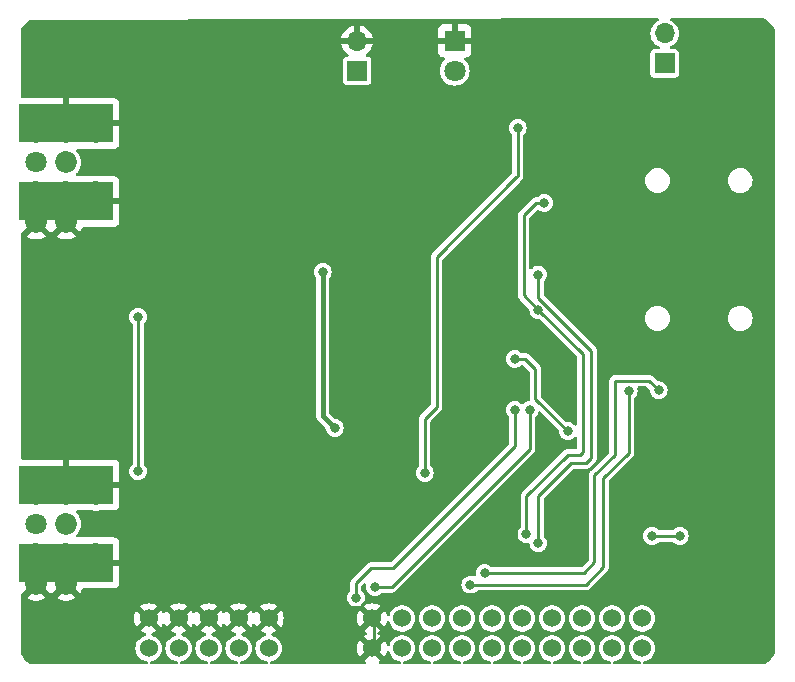
<source format=gbl>
G04 #@! TF.GenerationSoftware,KiCad,Pcbnew,7.0.8*
G04 #@! TF.CreationDate,2024-10-23T16:16:12+09:00*
G04 #@! TF.ProjectId,hat.pa30,6861742e-7061-4333-902e-6b696361645f,rev?*
G04 #@! TF.SameCoordinates,Original*
G04 #@! TF.FileFunction,Copper,L2,Bot*
G04 #@! TF.FilePolarity,Positive*
%FSLAX46Y46*%
G04 Gerber Fmt 4.6, Leading zero omitted, Abs format (unit mm)*
G04 Created by KiCad (PCBNEW 7.0.8) date 2024-10-23 16:16:12*
%MOMM*%
%LPD*%
G01*
G04 APERTURE LIST*
G04 #@! TA.AperFunction,ComponentPad*
%ADD10C,5.300000*%
G04 #@! TD*
G04 #@! TA.AperFunction,ComponentPad*
%ADD11C,1.800000*%
G04 #@! TD*
G04 #@! TA.AperFunction,ComponentPad*
%ADD12C,1.850000*%
G04 #@! TD*
G04 #@! TA.AperFunction,SMDPad,CuDef*
%ADD13R,8.000000X3.300000*%
G04 #@! TD*
G04 #@! TA.AperFunction,ComponentPad*
%ADD14R,1.800000X1.800000*%
G04 #@! TD*
G04 #@! TA.AperFunction,ComponentPad*
%ADD15C,1.524000*%
G04 #@! TD*
G04 #@! TA.AperFunction,ComponentPad*
%ADD16R,1.700000X1.700000*%
G04 #@! TD*
G04 #@! TA.AperFunction,ComponentPad*
%ADD17O,1.700000X1.700000*%
G04 #@! TD*
G04 #@! TA.AperFunction,ViaPad*
%ADD18C,0.800000*%
G04 #@! TD*
G04 #@! TA.AperFunction,Conductor*
%ADD19C,0.250000*%
G04 #@! TD*
G04 #@! TA.AperFunction,Conductor*
%ADD20C,0.400000*%
G04 #@! TD*
G04 APERTURE END LIST*
D10*
X177800000Y-127400000D03*
D11*
X118237000Y-118364000D03*
D12*
X120777000Y-118364000D03*
X118237000Y-123444000D03*
X120777000Y-123444000D03*
D13*
X120777000Y-121664000D03*
D12*
X118237000Y-120904000D03*
X120777000Y-120904000D03*
X123317000Y-120904000D03*
X118237000Y-115824000D03*
X120777000Y-115824000D03*
X123317000Y-115824000D03*
D13*
X120777000Y-115064000D03*
X120777000Y-84457000D03*
D12*
X123317000Y-85217000D03*
X120777000Y-85217000D03*
X118237000Y-85217000D03*
X123317000Y-90297000D03*
X120777000Y-90297000D03*
X118237000Y-90297000D03*
D13*
X120777000Y-91057000D03*
D12*
X120777000Y-92837000D03*
X118237000Y-92837000D03*
X120777000Y-87757000D03*
D11*
X118237000Y-87757000D03*
D14*
X153670000Y-77470000D03*
D11*
X153670000Y-80010000D03*
D15*
X137922000Y-126365000D03*
X137922000Y-128905000D03*
X135382000Y-126365000D03*
X135382000Y-128905000D03*
X132842000Y-126365000D03*
X132842000Y-128905000D03*
X130302000Y-126365000D03*
X130302000Y-128905000D03*
X127762000Y-126365000D03*
X127762000Y-128905000D03*
D10*
X177800000Y-78400000D03*
D16*
X145415000Y-80010000D03*
D17*
X145415000Y-77470000D03*
D16*
X171450000Y-79375000D03*
D17*
X171450000Y-76835000D03*
D10*
X119888000Y-78400000D03*
X119888000Y-127410000D03*
D15*
X169545000Y-128905000D03*
X169545000Y-126365000D03*
X167005000Y-128905000D03*
X167005000Y-126365000D03*
X164465000Y-128905000D03*
X164465000Y-126365000D03*
X161925000Y-128905000D03*
X161925000Y-126365000D03*
X159385000Y-128905000D03*
X159385000Y-126365000D03*
X156845000Y-128905000D03*
X156845000Y-126365000D03*
X154305000Y-128905000D03*
X154305000Y-126365000D03*
X151765000Y-128905000D03*
X151765000Y-126365000D03*
X149225000Y-128905000D03*
X149225000Y-126365000D03*
X146685000Y-128905000D03*
X146685000Y-126365000D03*
D18*
X126873000Y-113919000D03*
X126873000Y-100838000D03*
X173750000Y-128750000D03*
X140843000Y-92500000D03*
X164500000Y-116500000D03*
X149250000Y-115000000D03*
X174750000Y-83000000D03*
X177500000Y-122250000D03*
X173000000Y-116250000D03*
X157000000Y-104500000D03*
X160020000Y-108712000D03*
X146900000Y-123700000D03*
X158750000Y-108712000D03*
X145300000Y-124600000D03*
X155000000Y-123500000D03*
X168402000Y-107098000D03*
X156200000Y-122500000D03*
X170942000Y-107058000D03*
X160750000Y-120000000D03*
X160750000Y-97250000D03*
X161250000Y-91186000D03*
X160750000Y-100250000D03*
X159750000Y-119250000D03*
X142494000Y-97028000D03*
X143510000Y-110236000D03*
X172720000Y-119380000D03*
X170380000Y-119380000D03*
X163250000Y-110500000D03*
X158750000Y-104394000D03*
X159004000Y-84836000D03*
X151130000Y-114046000D03*
D19*
X126873000Y-101092000D02*
X126873000Y-113919000D01*
X127127000Y-100838000D02*
X126873000Y-101092000D01*
X175100000Y-127400000D02*
X173750000Y-128750000D01*
X174750000Y-81250000D02*
X174750000Y-83000000D01*
X146840000Y-126460000D02*
X146840000Y-129000000D01*
X177800000Y-78400000D02*
X174950000Y-81250000D01*
X177800000Y-127400000D02*
X175100000Y-127400000D01*
X174950000Y-81250000D02*
X174750000Y-81250000D01*
X146900000Y-123700000D02*
X148334000Y-123700000D01*
X148334000Y-123700000D02*
X160020000Y-112014000D01*
X160020000Y-112014000D02*
X160020000Y-108712000D01*
X145300000Y-123400000D02*
X146600000Y-122100000D01*
X146600000Y-122100000D02*
X148410000Y-122100000D01*
X148410000Y-122100000D02*
X158750000Y-111760000D01*
X158750000Y-111760000D02*
X158750000Y-108712000D01*
X145300000Y-124600000D02*
X145300000Y-123400000D01*
X168402000Y-112348000D02*
X168402000Y-107098000D01*
X155000000Y-123500000D02*
X164750000Y-123500000D01*
X164750000Y-123500000D02*
X166250000Y-122000000D01*
X166250000Y-114500000D02*
X168402000Y-112348000D01*
X166250000Y-122000000D02*
X166250000Y-114500000D01*
X165500000Y-121625000D02*
X165500000Y-114250000D01*
X164625000Y-122500000D02*
X165500000Y-121625000D01*
X170134000Y-106250000D02*
X170942000Y-107058000D01*
X165500000Y-114250000D02*
X167250000Y-112500000D01*
X167250000Y-112500000D02*
X167250000Y-106250000D01*
X167250000Y-106250000D02*
X170134000Y-106250000D01*
X156200000Y-122500000D02*
X164625000Y-122500000D01*
X165250000Y-112750000D02*
X165250000Y-103724695D01*
X164750000Y-113250000D02*
X165250000Y-112750000D01*
X160750000Y-116000000D02*
X163500000Y-113250000D01*
X163500000Y-113250000D02*
X164750000Y-113250000D01*
X160750000Y-120000000D02*
X160750000Y-116000000D01*
X165250000Y-103724695D02*
X160750000Y-99224695D01*
X160750000Y-99224695D02*
X160750000Y-97250000D01*
X160564000Y-91186000D02*
X161250000Y-91186000D01*
X159500000Y-92250000D02*
X160564000Y-91186000D01*
X159750000Y-116000000D02*
X163250000Y-112500000D01*
X164250000Y-112500000D02*
X164500000Y-112250000D01*
X160750000Y-100250000D02*
X159500000Y-99000000D01*
X159750000Y-119250000D02*
X159750000Y-116000000D01*
X164500000Y-104000000D02*
X160750000Y-100250000D01*
X163250000Y-112500000D02*
X164250000Y-112500000D01*
X164500000Y-112250000D02*
X164500000Y-104000000D01*
X159500000Y-99000000D02*
X159500000Y-92250000D01*
D20*
X142494000Y-109220000D02*
X143510000Y-110236000D01*
X142494000Y-97028000D02*
X142494000Y-109220000D01*
D19*
X172720000Y-119380000D02*
X170380000Y-119380000D01*
X158750000Y-104394000D02*
X159644000Y-104394000D01*
X160500000Y-107750000D02*
X163250000Y-110500000D01*
X160500000Y-105250000D02*
X160500000Y-107750000D01*
X159644000Y-104394000D02*
X160500000Y-105250000D01*
X170250000Y-119250000D02*
X170380000Y-119380000D01*
X159004000Y-84836000D02*
X159004000Y-88900000D01*
X158877000Y-89027000D02*
X152146000Y-95758000D01*
X159004000Y-88900000D02*
X158877000Y-89027000D01*
X152146000Y-95758000D02*
X152146000Y-108458000D01*
X151130000Y-109474000D02*
X151130000Y-114046000D01*
X152146000Y-108458000D02*
X151130000Y-109474000D01*
G04 #@! TA.AperFunction,Conductor*
G36*
X179800627Y-75522540D02*
G01*
X179803828Y-75524655D01*
X179871018Y-75570563D01*
X179985567Y-75648831D01*
X179990612Y-75652670D01*
X180050851Y-75703579D01*
X180251173Y-75872876D01*
X180251454Y-75873113D01*
X180256082Y-75877449D01*
X180493049Y-76123356D01*
X180497210Y-76128140D01*
X180707854Y-76396969D01*
X180711497Y-76402142D01*
X180722882Y-76420205D01*
X180730902Y-76432930D01*
X180750000Y-76499047D01*
X180750000Y-129335099D01*
X180730315Y-129402138D01*
X180729995Y-129402634D01*
X180670584Y-129494120D01*
X180666766Y-129499373D01*
X180446658Y-129771184D01*
X180442312Y-129776010D01*
X180195010Y-130023312D01*
X180190185Y-130027657D01*
X179949742Y-130222366D01*
X179885255Y-130249258D01*
X179871706Y-130250000D01*
X169742495Y-130250000D01*
X169675456Y-130230315D01*
X169629701Y-130177511D01*
X169619757Y-130108353D01*
X169648782Y-130044797D01*
X169707560Y-130007023D01*
X169719701Y-130004113D01*
X169850754Y-129979615D01*
X170043008Y-129905136D01*
X170218303Y-129796598D01*
X170370670Y-129657697D01*
X170494919Y-129493165D01*
X170586820Y-129308603D01*
X170643242Y-129110297D01*
X170662266Y-128905000D01*
X170643242Y-128699703D01*
X170586820Y-128501397D01*
X170572803Y-128473248D01*
X170534836Y-128397000D01*
X170494919Y-128316835D01*
X170370670Y-128152303D01*
X170370668Y-128152300D01*
X170218303Y-128013402D01*
X170218301Y-128013400D01*
X170043013Y-127904867D01*
X170043006Y-127904863D01*
X169909794Y-127853257D01*
X169850754Y-127830385D01*
X169648088Y-127792500D01*
X169441912Y-127792500D01*
X169239246Y-127830385D01*
X169239243Y-127830385D01*
X169239243Y-127830386D01*
X169046993Y-127904863D01*
X169046986Y-127904867D01*
X168871698Y-128013400D01*
X168871696Y-128013402D01*
X168719331Y-128152300D01*
X168595081Y-128316834D01*
X168503180Y-128501394D01*
X168446757Y-128699705D01*
X168427734Y-128905000D01*
X168446757Y-129110294D01*
X168503180Y-129308605D01*
X168595081Y-129493165D01*
X168719331Y-129657699D01*
X168871696Y-129796597D01*
X168871698Y-129796599D01*
X168971961Y-129858679D01*
X169046992Y-129905136D01*
X169239246Y-129979615D01*
X169370291Y-130004111D01*
X169432571Y-130035779D01*
X169467844Y-130096092D01*
X169464910Y-130165900D01*
X169424701Y-130223040D01*
X169359983Y-130249371D01*
X169347505Y-130250000D01*
X167202495Y-130250000D01*
X167135456Y-130230315D01*
X167089701Y-130177511D01*
X167079757Y-130108353D01*
X167108782Y-130044797D01*
X167167560Y-130007023D01*
X167179701Y-130004113D01*
X167310754Y-129979615D01*
X167503008Y-129905136D01*
X167678303Y-129796598D01*
X167830670Y-129657697D01*
X167954919Y-129493165D01*
X168046820Y-129308603D01*
X168103242Y-129110297D01*
X168122266Y-128905000D01*
X168103242Y-128699703D01*
X168046820Y-128501397D01*
X168032803Y-128473248D01*
X167994836Y-128397000D01*
X167954919Y-128316835D01*
X167830670Y-128152303D01*
X167830668Y-128152300D01*
X167678303Y-128013402D01*
X167678301Y-128013400D01*
X167503013Y-127904867D01*
X167503006Y-127904863D01*
X167369794Y-127853257D01*
X167310754Y-127830385D01*
X167108088Y-127792500D01*
X166901912Y-127792500D01*
X166699246Y-127830385D01*
X166699243Y-127830385D01*
X166699243Y-127830386D01*
X166506993Y-127904863D01*
X166506986Y-127904867D01*
X166331698Y-128013400D01*
X166331696Y-128013402D01*
X166179331Y-128152300D01*
X166055081Y-128316834D01*
X165963180Y-128501394D01*
X165906757Y-128699705D01*
X165887734Y-128905000D01*
X165906757Y-129110294D01*
X165963180Y-129308605D01*
X166055081Y-129493165D01*
X166179331Y-129657699D01*
X166331696Y-129796597D01*
X166331698Y-129796599D01*
X166431961Y-129858679D01*
X166506992Y-129905136D01*
X166699246Y-129979615D01*
X166830291Y-130004111D01*
X166892571Y-130035779D01*
X166927844Y-130096092D01*
X166924910Y-130165900D01*
X166884701Y-130223040D01*
X166819983Y-130249371D01*
X166807505Y-130250000D01*
X164662495Y-130250000D01*
X164595456Y-130230315D01*
X164549701Y-130177511D01*
X164539757Y-130108353D01*
X164568782Y-130044797D01*
X164627560Y-130007023D01*
X164639701Y-130004113D01*
X164770754Y-129979615D01*
X164963008Y-129905136D01*
X165138303Y-129796598D01*
X165290670Y-129657697D01*
X165414919Y-129493165D01*
X165506820Y-129308603D01*
X165563242Y-129110297D01*
X165582266Y-128905000D01*
X165563242Y-128699703D01*
X165506820Y-128501397D01*
X165492803Y-128473248D01*
X165454836Y-128397000D01*
X165414919Y-128316835D01*
X165290670Y-128152303D01*
X165290668Y-128152300D01*
X165138303Y-128013402D01*
X165138301Y-128013400D01*
X164963013Y-127904867D01*
X164963006Y-127904863D01*
X164829794Y-127853257D01*
X164770754Y-127830385D01*
X164568088Y-127792500D01*
X164361912Y-127792500D01*
X164159246Y-127830385D01*
X164159243Y-127830385D01*
X164159243Y-127830386D01*
X163966993Y-127904863D01*
X163966986Y-127904867D01*
X163791698Y-128013400D01*
X163791696Y-128013402D01*
X163639331Y-128152300D01*
X163515081Y-128316834D01*
X163423180Y-128501394D01*
X163366757Y-128699705D01*
X163347734Y-128905000D01*
X163366757Y-129110294D01*
X163423180Y-129308605D01*
X163515081Y-129493165D01*
X163639331Y-129657699D01*
X163791696Y-129796597D01*
X163791698Y-129796599D01*
X163891961Y-129858679D01*
X163966992Y-129905136D01*
X164159246Y-129979615D01*
X164290291Y-130004111D01*
X164352571Y-130035779D01*
X164387844Y-130096092D01*
X164384910Y-130165900D01*
X164344701Y-130223040D01*
X164279983Y-130249371D01*
X164267505Y-130250000D01*
X162122495Y-130250000D01*
X162055456Y-130230315D01*
X162009701Y-130177511D01*
X161999757Y-130108353D01*
X162028782Y-130044797D01*
X162087560Y-130007023D01*
X162099701Y-130004113D01*
X162230754Y-129979615D01*
X162423008Y-129905136D01*
X162598303Y-129796598D01*
X162750670Y-129657697D01*
X162874919Y-129493165D01*
X162966820Y-129308603D01*
X163023242Y-129110297D01*
X163042266Y-128905000D01*
X163023242Y-128699703D01*
X162966820Y-128501397D01*
X162952803Y-128473248D01*
X162914836Y-128397000D01*
X162874919Y-128316835D01*
X162750670Y-128152303D01*
X162750668Y-128152300D01*
X162598303Y-128013402D01*
X162598301Y-128013400D01*
X162423013Y-127904867D01*
X162423006Y-127904863D01*
X162289794Y-127853257D01*
X162230754Y-127830385D01*
X162028088Y-127792500D01*
X161821912Y-127792500D01*
X161619246Y-127830385D01*
X161619243Y-127830385D01*
X161619243Y-127830386D01*
X161426993Y-127904863D01*
X161426986Y-127904867D01*
X161251698Y-128013400D01*
X161251696Y-128013402D01*
X161099331Y-128152300D01*
X160975081Y-128316834D01*
X160883180Y-128501394D01*
X160826757Y-128699705D01*
X160807734Y-128905000D01*
X160826757Y-129110294D01*
X160883180Y-129308605D01*
X160975081Y-129493165D01*
X161099331Y-129657699D01*
X161251696Y-129796597D01*
X161251698Y-129796599D01*
X161351961Y-129858679D01*
X161426992Y-129905136D01*
X161619246Y-129979615D01*
X161750291Y-130004111D01*
X161812571Y-130035779D01*
X161847844Y-130096092D01*
X161844910Y-130165900D01*
X161804701Y-130223040D01*
X161739983Y-130249371D01*
X161727505Y-130250000D01*
X159582495Y-130250000D01*
X159515456Y-130230315D01*
X159469701Y-130177511D01*
X159459757Y-130108353D01*
X159488782Y-130044797D01*
X159547560Y-130007023D01*
X159559701Y-130004113D01*
X159690754Y-129979615D01*
X159883008Y-129905136D01*
X160058303Y-129796598D01*
X160210670Y-129657697D01*
X160334919Y-129493165D01*
X160426820Y-129308603D01*
X160483242Y-129110297D01*
X160502266Y-128905000D01*
X160483242Y-128699703D01*
X160426820Y-128501397D01*
X160412803Y-128473248D01*
X160374836Y-128397000D01*
X160334919Y-128316835D01*
X160210670Y-128152303D01*
X160210668Y-128152300D01*
X160058303Y-128013402D01*
X160058301Y-128013400D01*
X159883013Y-127904867D01*
X159883006Y-127904863D01*
X159749794Y-127853257D01*
X159690754Y-127830385D01*
X159488088Y-127792500D01*
X159281912Y-127792500D01*
X159079246Y-127830385D01*
X159079243Y-127830385D01*
X159079243Y-127830386D01*
X158886993Y-127904863D01*
X158886986Y-127904867D01*
X158711698Y-128013400D01*
X158711696Y-128013402D01*
X158559331Y-128152300D01*
X158435081Y-128316834D01*
X158343180Y-128501394D01*
X158286757Y-128699705D01*
X158267734Y-128905000D01*
X158286757Y-129110294D01*
X158343180Y-129308605D01*
X158435081Y-129493165D01*
X158559331Y-129657699D01*
X158711696Y-129796597D01*
X158711698Y-129796599D01*
X158811961Y-129858679D01*
X158886992Y-129905136D01*
X159079246Y-129979615D01*
X159210291Y-130004111D01*
X159272571Y-130035779D01*
X159307844Y-130096092D01*
X159304910Y-130165900D01*
X159264701Y-130223040D01*
X159199983Y-130249371D01*
X159187505Y-130250000D01*
X157042495Y-130250000D01*
X156975456Y-130230315D01*
X156929701Y-130177511D01*
X156919757Y-130108353D01*
X156948782Y-130044797D01*
X157007560Y-130007023D01*
X157019701Y-130004113D01*
X157150754Y-129979615D01*
X157343008Y-129905136D01*
X157518303Y-129796598D01*
X157670670Y-129657697D01*
X157794919Y-129493165D01*
X157886820Y-129308603D01*
X157943242Y-129110297D01*
X157962266Y-128905000D01*
X157943242Y-128699703D01*
X157886820Y-128501397D01*
X157872803Y-128473248D01*
X157834836Y-128397000D01*
X157794919Y-128316835D01*
X157670670Y-128152303D01*
X157670668Y-128152300D01*
X157518303Y-128013402D01*
X157518301Y-128013400D01*
X157343013Y-127904867D01*
X157343006Y-127904863D01*
X157209794Y-127853257D01*
X157150754Y-127830385D01*
X156948088Y-127792500D01*
X156741912Y-127792500D01*
X156539246Y-127830385D01*
X156539243Y-127830385D01*
X156539243Y-127830386D01*
X156346993Y-127904863D01*
X156346986Y-127904867D01*
X156171698Y-128013400D01*
X156171696Y-128013402D01*
X156019331Y-128152300D01*
X155895081Y-128316834D01*
X155803180Y-128501394D01*
X155746757Y-128699705D01*
X155727734Y-128905000D01*
X155746757Y-129110294D01*
X155803180Y-129308605D01*
X155895081Y-129493165D01*
X156019331Y-129657699D01*
X156171696Y-129796597D01*
X156171698Y-129796599D01*
X156271961Y-129858679D01*
X156346992Y-129905136D01*
X156539246Y-129979615D01*
X156670291Y-130004111D01*
X156732571Y-130035779D01*
X156767844Y-130096092D01*
X156764910Y-130165900D01*
X156724701Y-130223040D01*
X156659983Y-130249371D01*
X156647505Y-130250000D01*
X154502495Y-130250000D01*
X154435456Y-130230315D01*
X154389701Y-130177511D01*
X154379757Y-130108353D01*
X154408782Y-130044797D01*
X154467560Y-130007023D01*
X154479701Y-130004113D01*
X154610754Y-129979615D01*
X154803008Y-129905136D01*
X154978303Y-129796598D01*
X155130670Y-129657697D01*
X155254919Y-129493165D01*
X155346820Y-129308603D01*
X155403242Y-129110297D01*
X155422266Y-128905000D01*
X155403242Y-128699703D01*
X155346820Y-128501397D01*
X155332803Y-128473248D01*
X155294836Y-128397000D01*
X155254919Y-128316835D01*
X155130670Y-128152303D01*
X155130668Y-128152300D01*
X154978303Y-128013402D01*
X154978301Y-128013400D01*
X154803013Y-127904867D01*
X154803006Y-127904863D01*
X154669794Y-127853257D01*
X154610754Y-127830385D01*
X154408088Y-127792500D01*
X154201912Y-127792500D01*
X153999246Y-127830385D01*
X153999243Y-127830385D01*
X153999243Y-127830386D01*
X153806993Y-127904863D01*
X153806986Y-127904867D01*
X153631698Y-128013400D01*
X153631696Y-128013402D01*
X153479331Y-128152300D01*
X153355081Y-128316834D01*
X153263180Y-128501394D01*
X153206757Y-128699705D01*
X153187734Y-128905000D01*
X153206757Y-129110294D01*
X153263180Y-129308605D01*
X153355081Y-129493165D01*
X153479331Y-129657699D01*
X153631696Y-129796597D01*
X153631698Y-129796599D01*
X153731961Y-129858679D01*
X153806992Y-129905136D01*
X153999246Y-129979615D01*
X154130291Y-130004111D01*
X154192571Y-130035779D01*
X154227844Y-130096092D01*
X154224910Y-130165900D01*
X154184701Y-130223040D01*
X154119983Y-130249371D01*
X154107505Y-130250000D01*
X151962495Y-130250000D01*
X151895456Y-130230315D01*
X151849701Y-130177511D01*
X151839757Y-130108353D01*
X151868782Y-130044797D01*
X151927560Y-130007023D01*
X151939701Y-130004113D01*
X152070754Y-129979615D01*
X152263008Y-129905136D01*
X152438303Y-129796598D01*
X152590670Y-129657697D01*
X152714919Y-129493165D01*
X152806820Y-129308603D01*
X152863242Y-129110297D01*
X152882266Y-128905000D01*
X152863242Y-128699703D01*
X152806820Y-128501397D01*
X152792803Y-128473248D01*
X152754836Y-128397000D01*
X152714919Y-128316835D01*
X152590670Y-128152303D01*
X152590668Y-128152300D01*
X152438303Y-128013402D01*
X152438301Y-128013400D01*
X152263013Y-127904867D01*
X152263006Y-127904863D01*
X152129794Y-127853257D01*
X152070754Y-127830385D01*
X151868088Y-127792500D01*
X151661912Y-127792500D01*
X151459246Y-127830385D01*
X151459243Y-127830385D01*
X151459243Y-127830386D01*
X151266993Y-127904863D01*
X151266986Y-127904867D01*
X151091698Y-128013400D01*
X151091696Y-128013402D01*
X150939331Y-128152300D01*
X150815081Y-128316834D01*
X150723180Y-128501394D01*
X150666757Y-128699705D01*
X150647734Y-128905000D01*
X150666757Y-129110294D01*
X150723180Y-129308605D01*
X150815081Y-129493165D01*
X150939331Y-129657699D01*
X151091696Y-129796597D01*
X151091698Y-129796599D01*
X151191961Y-129858679D01*
X151266992Y-129905136D01*
X151459246Y-129979615D01*
X151590291Y-130004111D01*
X151652571Y-130035779D01*
X151687844Y-130096092D01*
X151684910Y-130165900D01*
X151644701Y-130223040D01*
X151579983Y-130249371D01*
X151567505Y-130250000D01*
X149422495Y-130250000D01*
X149355456Y-130230315D01*
X149309701Y-130177511D01*
X149299757Y-130108353D01*
X149328782Y-130044797D01*
X149387560Y-130007023D01*
X149399701Y-130004113D01*
X149530754Y-129979615D01*
X149723008Y-129905136D01*
X149898303Y-129796598D01*
X150050670Y-129657697D01*
X150174919Y-129493165D01*
X150266820Y-129308603D01*
X150323242Y-129110297D01*
X150342266Y-128905000D01*
X150323242Y-128699703D01*
X150266820Y-128501397D01*
X150252803Y-128473248D01*
X150214836Y-128397000D01*
X150174919Y-128316835D01*
X150050670Y-128152303D01*
X150050668Y-128152300D01*
X149898303Y-128013402D01*
X149898301Y-128013400D01*
X149723013Y-127904867D01*
X149723006Y-127904863D01*
X149589794Y-127853257D01*
X149530754Y-127830385D01*
X149328088Y-127792500D01*
X149121912Y-127792500D01*
X148919246Y-127830385D01*
X148919243Y-127830385D01*
X148919243Y-127830386D01*
X148726993Y-127904863D01*
X148726986Y-127904867D01*
X148551698Y-128013400D01*
X148551696Y-128013402D01*
X148399331Y-128152300D01*
X148275081Y-128316834D01*
X148183180Y-128501395D01*
X148183177Y-128501401D01*
X148151631Y-128612277D01*
X148114352Y-128671371D01*
X148051042Y-128700928D01*
X147981803Y-128691566D01*
X147928616Y-128646256D01*
X147912590Y-128610436D01*
X147875424Y-128471729D01*
X147875420Y-128471720D01*
X147782098Y-128271590D01*
X147736740Y-128206811D01*
X147174521Y-128769029D01*
X147151845Y-128691799D01*
X147072869Y-128568910D01*
X146962470Y-128473248D01*
X146829592Y-128412565D01*
X146824599Y-128411847D01*
X147383187Y-127853258D01*
X147318409Y-127807900D01*
X147318407Y-127807899D01*
X147188627Y-127747382D01*
X147136187Y-127701210D01*
X147117035Y-127634017D01*
X147137251Y-127567135D01*
X147188627Y-127522618D01*
X147318408Y-127462100D01*
X147318420Y-127462093D01*
X147383186Y-127416742D01*
X147383187Y-127416740D01*
X146824600Y-126858152D01*
X146829592Y-126857435D01*
X146962470Y-126796752D01*
X147072869Y-126701090D01*
X147151845Y-126578201D01*
X147174522Y-126500969D01*
X147736740Y-127063187D01*
X147736742Y-127063186D01*
X147782093Y-126998420D01*
X147782100Y-126998408D01*
X147875419Y-126798284D01*
X147875424Y-126798270D01*
X147912590Y-126659563D01*
X147948955Y-126599903D01*
X148011801Y-126569373D01*
X148081177Y-126577667D01*
X148135055Y-126622152D01*
X148151631Y-126657722D01*
X148183177Y-126768598D01*
X148183180Y-126768604D01*
X148275081Y-126953165D01*
X148399331Y-127117699D01*
X148551696Y-127256597D01*
X148551698Y-127256599D01*
X148651961Y-127318679D01*
X148726992Y-127365136D01*
X148919246Y-127439615D01*
X149121912Y-127477500D01*
X149121914Y-127477500D01*
X149328086Y-127477500D01*
X149328088Y-127477500D01*
X149530754Y-127439615D01*
X149723008Y-127365136D01*
X149898303Y-127256598D01*
X150050670Y-127117697D01*
X150174919Y-126953165D01*
X150266820Y-126768603D01*
X150323242Y-126570297D01*
X150342266Y-126365000D01*
X150647734Y-126365000D01*
X150666757Y-126570294D01*
X150723180Y-126768605D01*
X150815081Y-126953165D01*
X150939331Y-127117699D01*
X151091696Y-127256597D01*
X151091698Y-127256599D01*
X151191961Y-127318679D01*
X151266992Y-127365136D01*
X151459246Y-127439615D01*
X151661912Y-127477500D01*
X151661914Y-127477500D01*
X151868086Y-127477500D01*
X151868088Y-127477500D01*
X152070754Y-127439615D01*
X152263008Y-127365136D01*
X152438303Y-127256598D01*
X152590670Y-127117697D01*
X152714919Y-126953165D01*
X152806820Y-126768603D01*
X152863242Y-126570297D01*
X152882266Y-126365000D01*
X153187734Y-126365000D01*
X153206757Y-126570294D01*
X153263180Y-126768605D01*
X153355081Y-126953165D01*
X153479331Y-127117699D01*
X153631696Y-127256597D01*
X153631698Y-127256599D01*
X153731961Y-127318679D01*
X153806992Y-127365136D01*
X153999246Y-127439615D01*
X154201912Y-127477500D01*
X154201914Y-127477500D01*
X154408086Y-127477500D01*
X154408088Y-127477500D01*
X154610754Y-127439615D01*
X154803008Y-127365136D01*
X154978303Y-127256598D01*
X155130670Y-127117697D01*
X155254919Y-126953165D01*
X155346820Y-126768603D01*
X155403242Y-126570297D01*
X155422266Y-126365000D01*
X155727734Y-126365000D01*
X155746757Y-126570294D01*
X155803180Y-126768605D01*
X155895081Y-126953165D01*
X156019331Y-127117699D01*
X156171696Y-127256597D01*
X156171698Y-127256599D01*
X156271961Y-127318679D01*
X156346992Y-127365136D01*
X156539246Y-127439615D01*
X156741912Y-127477500D01*
X156741914Y-127477500D01*
X156948086Y-127477500D01*
X156948088Y-127477500D01*
X157150754Y-127439615D01*
X157343008Y-127365136D01*
X157518303Y-127256598D01*
X157670670Y-127117697D01*
X157794919Y-126953165D01*
X157886820Y-126768603D01*
X157943242Y-126570297D01*
X157962266Y-126365000D01*
X158267734Y-126365000D01*
X158286757Y-126570294D01*
X158343180Y-126768605D01*
X158435081Y-126953165D01*
X158559331Y-127117699D01*
X158711696Y-127256597D01*
X158711698Y-127256599D01*
X158811961Y-127318679D01*
X158886992Y-127365136D01*
X159079246Y-127439615D01*
X159281912Y-127477500D01*
X159281914Y-127477500D01*
X159488086Y-127477500D01*
X159488088Y-127477500D01*
X159690754Y-127439615D01*
X159883008Y-127365136D01*
X160058303Y-127256598D01*
X160210670Y-127117697D01*
X160334919Y-126953165D01*
X160426820Y-126768603D01*
X160483242Y-126570297D01*
X160502266Y-126365000D01*
X160807734Y-126365000D01*
X160826757Y-126570294D01*
X160883180Y-126768605D01*
X160975081Y-126953165D01*
X161099331Y-127117699D01*
X161251696Y-127256597D01*
X161251698Y-127256599D01*
X161351961Y-127318679D01*
X161426992Y-127365136D01*
X161619246Y-127439615D01*
X161821912Y-127477500D01*
X161821914Y-127477500D01*
X162028086Y-127477500D01*
X162028088Y-127477500D01*
X162230754Y-127439615D01*
X162423008Y-127365136D01*
X162598303Y-127256598D01*
X162750670Y-127117697D01*
X162874919Y-126953165D01*
X162966820Y-126768603D01*
X163023242Y-126570297D01*
X163042266Y-126365000D01*
X163347734Y-126365000D01*
X163366757Y-126570294D01*
X163423180Y-126768605D01*
X163515081Y-126953165D01*
X163639331Y-127117699D01*
X163791696Y-127256597D01*
X163791698Y-127256599D01*
X163891961Y-127318679D01*
X163966992Y-127365136D01*
X164159246Y-127439615D01*
X164361912Y-127477500D01*
X164361914Y-127477500D01*
X164568086Y-127477500D01*
X164568088Y-127477500D01*
X164770754Y-127439615D01*
X164963008Y-127365136D01*
X165138303Y-127256598D01*
X165290670Y-127117697D01*
X165414919Y-126953165D01*
X165506820Y-126768603D01*
X165563242Y-126570297D01*
X165582266Y-126365000D01*
X165887734Y-126365000D01*
X165906757Y-126570294D01*
X165963180Y-126768605D01*
X166055081Y-126953165D01*
X166179331Y-127117699D01*
X166331696Y-127256597D01*
X166331698Y-127256599D01*
X166431961Y-127318679D01*
X166506992Y-127365136D01*
X166699246Y-127439615D01*
X166901912Y-127477500D01*
X166901914Y-127477500D01*
X167108086Y-127477500D01*
X167108088Y-127477500D01*
X167310754Y-127439615D01*
X167503008Y-127365136D01*
X167678303Y-127256598D01*
X167830670Y-127117697D01*
X167954919Y-126953165D01*
X168046820Y-126768603D01*
X168103242Y-126570297D01*
X168122266Y-126365000D01*
X168427734Y-126365000D01*
X168446757Y-126570294D01*
X168503180Y-126768605D01*
X168595081Y-126953165D01*
X168719331Y-127117699D01*
X168871696Y-127256597D01*
X168871698Y-127256599D01*
X168971961Y-127318679D01*
X169046992Y-127365136D01*
X169239246Y-127439615D01*
X169441912Y-127477500D01*
X169441914Y-127477500D01*
X169648086Y-127477500D01*
X169648088Y-127477500D01*
X169850754Y-127439615D01*
X170043008Y-127365136D01*
X170218303Y-127256598D01*
X170370670Y-127117697D01*
X170494919Y-126953165D01*
X170586820Y-126768603D01*
X170643242Y-126570297D01*
X170662266Y-126365000D01*
X170643242Y-126159703D01*
X170586820Y-125961397D01*
X170572803Y-125933248D01*
X170534836Y-125857000D01*
X170494919Y-125776835D01*
X170370670Y-125612303D01*
X170370668Y-125612300D01*
X170218303Y-125473402D01*
X170218301Y-125473400D01*
X170043013Y-125364867D01*
X170043006Y-125364863D01*
X169909794Y-125313257D01*
X169850754Y-125290385D01*
X169648088Y-125252500D01*
X169441912Y-125252500D01*
X169239246Y-125290385D01*
X169239243Y-125290385D01*
X169239243Y-125290386D01*
X169046993Y-125364863D01*
X169046986Y-125364867D01*
X168871698Y-125473400D01*
X168871696Y-125473402D01*
X168719331Y-125612300D01*
X168595081Y-125776834D01*
X168503180Y-125961394D01*
X168446757Y-126159705D01*
X168427734Y-126365000D01*
X168122266Y-126365000D01*
X168103242Y-126159703D01*
X168046820Y-125961397D01*
X168032803Y-125933248D01*
X167994836Y-125857000D01*
X167954919Y-125776835D01*
X167830670Y-125612303D01*
X167830668Y-125612300D01*
X167678303Y-125473402D01*
X167678301Y-125473400D01*
X167503013Y-125364867D01*
X167503006Y-125364863D01*
X167369794Y-125313257D01*
X167310754Y-125290385D01*
X167108088Y-125252500D01*
X166901912Y-125252500D01*
X166699246Y-125290385D01*
X166699243Y-125290385D01*
X166699243Y-125290386D01*
X166506993Y-125364863D01*
X166506986Y-125364867D01*
X166331698Y-125473400D01*
X166331696Y-125473402D01*
X166179331Y-125612300D01*
X166055081Y-125776834D01*
X165963180Y-125961394D01*
X165906757Y-126159705D01*
X165887734Y-126365000D01*
X165582266Y-126365000D01*
X165563242Y-126159703D01*
X165506820Y-125961397D01*
X165492803Y-125933248D01*
X165454836Y-125857000D01*
X165414919Y-125776835D01*
X165290670Y-125612303D01*
X165290668Y-125612300D01*
X165138303Y-125473402D01*
X165138301Y-125473400D01*
X164963013Y-125364867D01*
X164963006Y-125364863D01*
X164829794Y-125313257D01*
X164770754Y-125290385D01*
X164568088Y-125252500D01*
X164361912Y-125252500D01*
X164159246Y-125290385D01*
X164159243Y-125290385D01*
X164159243Y-125290386D01*
X163966993Y-125364863D01*
X163966986Y-125364867D01*
X163791698Y-125473400D01*
X163791696Y-125473402D01*
X163639331Y-125612300D01*
X163515081Y-125776834D01*
X163423180Y-125961394D01*
X163366757Y-126159705D01*
X163347734Y-126365000D01*
X163042266Y-126365000D01*
X163023242Y-126159703D01*
X162966820Y-125961397D01*
X162952803Y-125933248D01*
X162914836Y-125857000D01*
X162874919Y-125776835D01*
X162750670Y-125612303D01*
X162750668Y-125612300D01*
X162598303Y-125473402D01*
X162598301Y-125473400D01*
X162423013Y-125364867D01*
X162423006Y-125364863D01*
X162289794Y-125313257D01*
X162230754Y-125290385D01*
X162028088Y-125252500D01*
X161821912Y-125252500D01*
X161619246Y-125290385D01*
X161619243Y-125290385D01*
X161619243Y-125290386D01*
X161426993Y-125364863D01*
X161426986Y-125364867D01*
X161251698Y-125473400D01*
X161251696Y-125473402D01*
X161099331Y-125612300D01*
X160975081Y-125776834D01*
X160883180Y-125961394D01*
X160826757Y-126159705D01*
X160807734Y-126365000D01*
X160502266Y-126365000D01*
X160483242Y-126159703D01*
X160426820Y-125961397D01*
X160412803Y-125933248D01*
X160374836Y-125857000D01*
X160334919Y-125776835D01*
X160210670Y-125612303D01*
X160210668Y-125612300D01*
X160058303Y-125473402D01*
X160058301Y-125473400D01*
X159883013Y-125364867D01*
X159883006Y-125364863D01*
X159749794Y-125313257D01*
X159690754Y-125290385D01*
X159488088Y-125252500D01*
X159281912Y-125252500D01*
X159079246Y-125290385D01*
X159079243Y-125290385D01*
X159079243Y-125290386D01*
X158886993Y-125364863D01*
X158886986Y-125364867D01*
X158711698Y-125473400D01*
X158711696Y-125473402D01*
X158559331Y-125612300D01*
X158435081Y-125776834D01*
X158343180Y-125961394D01*
X158286757Y-126159705D01*
X158267734Y-126365000D01*
X157962266Y-126365000D01*
X157943242Y-126159703D01*
X157886820Y-125961397D01*
X157872803Y-125933248D01*
X157834836Y-125857000D01*
X157794919Y-125776835D01*
X157670670Y-125612303D01*
X157670668Y-125612300D01*
X157518303Y-125473402D01*
X157518301Y-125473400D01*
X157343013Y-125364867D01*
X157343006Y-125364863D01*
X157209794Y-125313257D01*
X157150754Y-125290385D01*
X156948088Y-125252500D01*
X156741912Y-125252500D01*
X156539246Y-125290385D01*
X156539243Y-125290385D01*
X156539243Y-125290386D01*
X156346993Y-125364863D01*
X156346986Y-125364867D01*
X156171698Y-125473400D01*
X156171696Y-125473402D01*
X156019331Y-125612300D01*
X155895081Y-125776834D01*
X155803180Y-125961394D01*
X155746757Y-126159705D01*
X155727734Y-126365000D01*
X155422266Y-126365000D01*
X155403242Y-126159703D01*
X155346820Y-125961397D01*
X155332803Y-125933248D01*
X155294836Y-125857000D01*
X155254919Y-125776835D01*
X155130670Y-125612303D01*
X155130668Y-125612300D01*
X154978303Y-125473402D01*
X154978301Y-125473400D01*
X154803013Y-125364867D01*
X154803006Y-125364863D01*
X154669794Y-125313257D01*
X154610754Y-125290385D01*
X154408088Y-125252500D01*
X154201912Y-125252500D01*
X153999246Y-125290385D01*
X153999243Y-125290385D01*
X153999243Y-125290386D01*
X153806993Y-125364863D01*
X153806986Y-125364867D01*
X153631698Y-125473400D01*
X153631696Y-125473402D01*
X153479331Y-125612300D01*
X153355081Y-125776834D01*
X153263180Y-125961394D01*
X153206757Y-126159705D01*
X153187734Y-126365000D01*
X152882266Y-126365000D01*
X152863242Y-126159703D01*
X152806820Y-125961397D01*
X152792803Y-125933248D01*
X152754836Y-125857000D01*
X152714919Y-125776835D01*
X152590670Y-125612303D01*
X152590668Y-125612300D01*
X152438303Y-125473402D01*
X152438301Y-125473400D01*
X152263013Y-125364867D01*
X152263006Y-125364863D01*
X152129794Y-125313257D01*
X152070754Y-125290385D01*
X151868088Y-125252500D01*
X151661912Y-125252500D01*
X151459246Y-125290385D01*
X151459243Y-125290385D01*
X151459243Y-125290386D01*
X151266993Y-125364863D01*
X151266986Y-125364867D01*
X151091698Y-125473400D01*
X151091696Y-125473402D01*
X150939331Y-125612300D01*
X150815081Y-125776834D01*
X150723180Y-125961394D01*
X150666757Y-126159705D01*
X150647734Y-126365000D01*
X150342266Y-126365000D01*
X150323242Y-126159703D01*
X150266820Y-125961397D01*
X150252803Y-125933248D01*
X150214836Y-125857000D01*
X150174919Y-125776835D01*
X150050670Y-125612303D01*
X150050668Y-125612300D01*
X149898303Y-125473402D01*
X149898301Y-125473400D01*
X149723013Y-125364867D01*
X149723006Y-125364863D01*
X149589794Y-125313257D01*
X149530754Y-125290385D01*
X149328088Y-125252500D01*
X149121912Y-125252500D01*
X148919246Y-125290385D01*
X148919243Y-125290385D01*
X148919243Y-125290386D01*
X148726993Y-125364863D01*
X148726986Y-125364867D01*
X148551698Y-125473400D01*
X148551696Y-125473402D01*
X148399331Y-125612300D01*
X148275081Y-125776834D01*
X148183180Y-125961395D01*
X148183177Y-125961401D01*
X148151631Y-126072277D01*
X148114352Y-126131371D01*
X148051042Y-126160928D01*
X147981803Y-126151566D01*
X147928616Y-126106256D01*
X147912590Y-126070436D01*
X147875424Y-125931729D01*
X147875420Y-125931720D01*
X147782098Y-125731590D01*
X147736740Y-125666811D01*
X147174521Y-126229029D01*
X147151845Y-126151799D01*
X147072869Y-126028910D01*
X146962470Y-125933248D01*
X146829592Y-125872565D01*
X146824599Y-125871847D01*
X147383187Y-125313258D01*
X147318409Y-125267900D01*
X147318407Y-125267899D01*
X147118284Y-125174580D01*
X147118270Y-125174575D01*
X146904986Y-125117426D01*
X146904976Y-125117424D01*
X146685001Y-125098179D01*
X146684999Y-125098179D01*
X146465023Y-125117424D01*
X146465013Y-125117426D01*
X146251729Y-125174575D01*
X146251720Y-125174579D01*
X146051587Y-125267902D01*
X146018021Y-125291405D01*
X145987833Y-125301585D01*
X145986811Y-125313258D01*
X146545400Y-125871847D01*
X146540408Y-125872565D01*
X146407530Y-125933248D01*
X146297131Y-126028910D01*
X146218155Y-126151799D01*
X146195477Y-126229030D01*
X145633258Y-125666811D01*
X145633257Y-125666812D01*
X145587903Y-125731586D01*
X145494579Y-125931720D01*
X145494575Y-125931729D01*
X145437426Y-126145013D01*
X145437424Y-126145023D01*
X145418179Y-126364999D01*
X145418179Y-126365000D01*
X145437424Y-126584976D01*
X145437426Y-126584986D01*
X145494575Y-126798270D01*
X145494580Y-126798284D01*
X145587899Y-126998407D01*
X145587900Y-126998409D01*
X145633258Y-127063187D01*
X146195477Y-126500968D01*
X146218155Y-126578201D01*
X146297131Y-126701090D01*
X146407530Y-126796752D01*
X146540408Y-126857435D01*
X146545400Y-126858152D01*
X145986811Y-127416741D01*
X146051582Y-127462094D01*
X146051588Y-127462098D01*
X146181373Y-127522618D01*
X146233812Y-127568790D01*
X146252964Y-127635984D01*
X146232748Y-127702865D01*
X146181373Y-127747382D01*
X146051586Y-127807903D01*
X145986812Y-127853257D01*
X145986811Y-127853258D01*
X146545400Y-128411847D01*
X146540408Y-128412565D01*
X146407530Y-128473248D01*
X146297131Y-128568910D01*
X146218155Y-128691799D01*
X146195477Y-128769030D01*
X145633258Y-128206811D01*
X145633257Y-128206812D01*
X145587903Y-128271586D01*
X145494579Y-128471720D01*
X145494575Y-128471729D01*
X145437426Y-128685013D01*
X145437424Y-128685023D01*
X145418179Y-128904999D01*
X145418179Y-128905000D01*
X145437424Y-129124976D01*
X145437426Y-129124986D01*
X145494575Y-129338270D01*
X145494580Y-129338284D01*
X145587899Y-129538407D01*
X145587900Y-129538409D01*
X145633258Y-129603187D01*
X146195477Y-129040968D01*
X146218155Y-129118201D01*
X146297131Y-129241090D01*
X146407530Y-129336752D01*
X146540408Y-129397435D01*
X146545400Y-129398152D01*
X145986811Y-129956741D01*
X146051582Y-130002094D01*
X146051588Y-130002098D01*
X146076292Y-130013618D01*
X146128731Y-130059790D01*
X146147883Y-130126984D01*
X146127667Y-130193865D01*
X146074502Y-130239200D01*
X146023887Y-130250000D01*
X138119495Y-130250000D01*
X138052456Y-130230315D01*
X138006701Y-130177511D01*
X137996757Y-130108353D01*
X138025782Y-130044797D01*
X138084560Y-130007023D01*
X138096701Y-130004113D01*
X138227754Y-129979615D01*
X138420008Y-129905136D01*
X138595303Y-129796598D01*
X138747670Y-129657697D01*
X138871919Y-129493165D01*
X138963820Y-129308603D01*
X139020242Y-129110297D01*
X139039266Y-128905000D01*
X139020242Y-128699703D01*
X138963820Y-128501397D01*
X138949803Y-128473248D01*
X138911836Y-128397000D01*
X138871919Y-128316835D01*
X138747670Y-128152303D01*
X138747668Y-128152300D01*
X138595303Y-128013402D01*
X138595301Y-128013400D01*
X138420013Y-127904867D01*
X138420006Y-127904863D01*
X138227750Y-127830383D01*
X138223692Y-127829229D01*
X138164598Y-127791951D01*
X138135039Y-127728641D01*
X138144400Y-127659402D01*
X138189709Y-127606215D01*
X138225531Y-127590187D01*
X138355270Y-127555424D01*
X138355284Y-127555419D01*
X138555408Y-127462100D01*
X138555420Y-127462093D01*
X138620186Y-127416742D01*
X138620187Y-127416740D01*
X138061600Y-126858152D01*
X138066592Y-126857435D01*
X138199470Y-126796752D01*
X138309869Y-126701090D01*
X138388845Y-126578201D01*
X138411522Y-126500969D01*
X138973740Y-127063187D01*
X138973742Y-127063186D01*
X139019093Y-126998420D01*
X139019100Y-126998408D01*
X139112419Y-126798284D01*
X139112424Y-126798270D01*
X139169573Y-126584986D01*
X139169575Y-126584976D01*
X139188821Y-126365000D01*
X139188821Y-126364999D01*
X139169575Y-126145023D01*
X139169573Y-126145013D01*
X139112424Y-125931729D01*
X139112420Y-125931720D01*
X139019098Y-125731590D01*
X138973740Y-125666811D01*
X138411521Y-126229029D01*
X138388845Y-126151799D01*
X138309869Y-126028910D01*
X138199470Y-125933248D01*
X138066592Y-125872565D01*
X138061599Y-125871847D01*
X138620187Y-125313258D01*
X138555409Y-125267900D01*
X138555407Y-125267899D01*
X138355284Y-125174580D01*
X138355270Y-125174575D01*
X138141986Y-125117426D01*
X138141976Y-125117424D01*
X137922001Y-125098179D01*
X137921999Y-125098179D01*
X137702023Y-125117424D01*
X137702013Y-125117426D01*
X137488729Y-125174575D01*
X137488720Y-125174579D01*
X137288586Y-125267903D01*
X137223812Y-125313257D01*
X137223811Y-125313258D01*
X137782400Y-125871847D01*
X137777408Y-125872565D01*
X137644530Y-125933248D01*
X137534131Y-126028910D01*
X137455155Y-126151799D01*
X137432477Y-126229030D01*
X136870258Y-125666811D01*
X136870257Y-125666812D01*
X136824903Y-125731586D01*
X136764382Y-125861373D01*
X136718209Y-125913812D01*
X136651016Y-125932964D01*
X136584135Y-125912748D01*
X136539618Y-125861373D01*
X136479099Y-125731590D01*
X136433740Y-125666811D01*
X135871521Y-126229029D01*
X135848845Y-126151799D01*
X135769869Y-126028910D01*
X135659470Y-125933248D01*
X135526592Y-125872565D01*
X135521599Y-125871847D01*
X136080187Y-125313258D01*
X136015409Y-125267900D01*
X136015407Y-125267899D01*
X135815284Y-125174580D01*
X135815270Y-125174575D01*
X135601986Y-125117426D01*
X135601976Y-125117424D01*
X135382001Y-125098179D01*
X135381999Y-125098179D01*
X135162023Y-125117424D01*
X135162013Y-125117426D01*
X134948729Y-125174575D01*
X134948720Y-125174579D01*
X134748586Y-125267903D01*
X134683812Y-125313257D01*
X134683811Y-125313258D01*
X135242400Y-125871847D01*
X135237408Y-125872565D01*
X135104530Y-125933248D01*
X134994131Y-126028910D01*
X134915155Y-126151799D01*
X134892477Y-126229030D01*
X134330258Y-125666811D01*
X134330257Y-125666812D01*
X134284903Y-125731586D01*
X134224382Y-125861373D01*
X134178209Y-125913812D01*
X134111016Y-125932964D01*
X134044135Y-125912748D01*
X133999618Y-125861373D01*
X133939099Y-125731590D01*
X133893740Y-125666811D01*
X133331521Y-126229029D01*
X133308845Y-126151799D01*
X133229869Y-126028910D01*
X133119470Y-125933248D01*
X132986592Y-125872565D01*
X132981599Y-125871847D01*
X133540187Y-125313258D01*
X133475409Y-125267900D01*
X133475407Y-125267899D01*
X133275284Y-125174580D01*
X133275270Y-125174575D01*
X133061986Y-125117426D01*
X133061976Y-125117424D01*
X132842001Y-125098179D01*
X132841999Y-125098179D01*
X132622023Y-125117424D01*
X132622013Y-125117426D01*
X132408729Y-125174575D01*
X132408720Y-125174579D01*
X132208586Y-125267903D01*
X132143812Y-125313257D01*
X132143811Y-125313258D01*
X132702400Y-125871847D01*
X132697408Y-125872565D01*
X132564530Y-125933248D01*
X132454131Y-126028910D01*
X132375155Y-126151799D01*
X132352477Y-126229030D01*
X131790258Y-125666811D01*
X131790257Y-125666812D01*
X131744903Y-125731586D01*
X131684382Y-125861373D01*
X131638209Y-125913812D01*
X131571016Y-125932964D01*
X131504135Y-125912748D01*
X131459618Y-125861373D01*
X131399099Y-125731590D01*
X131353740Y-125666811D01*
X130791521Y-126229029D01*
X130768845Y-126151799D01*
X130689869Y-126028910D01*
X130579470Y-125933248D01*
X130446592Y-125872565D01*
X130441599Y-125871847D01*
X131000187Y-125313258D01*
X130935409Y-125267900D01*
X130935407Y-125267899D01*
X130735284Y-125174580D01*
X130735270Y-125174575D01*
X130521986Y-125117426D01*
X130521976Y-125117424D01*
X130302001Y-125098179D01*
X130301999Y-125098179D01*
X130082023Y-125117424D01*
X130082013Y-125117426D01*
X129868729Y-125174575D01*
X129868720Y-125174579D01*
X129668586Y-125267903D01*
X129603812Y-125313257D01*
X129603811Y-125313258D01*
X130162400Y-125871847D01*
X130157408Y-125872565D01*
X130024530Y-125933248D01*
X129914131Y-126028910D01*
X129835155Y-126151799D01*
X129812477Y-126229030D01*
X129250258Y-125666811D01*
X129250257Y-125666812D01*
X129204903Y-125731586D01*
X129144382Y-125861373D01*
X129098209Y-125913812D01*
X129031016Y-125932964D01*
X128964135Y-125912748D01*
X128919618Y-125861373D01*
X128859099Y-125731590D01*
X128813740Y-125666811D01*
X128251521Y-126229029D01*
X128228845Y-126151799D01*
X128149869Y-126028910D01*
X128039470Y-125933248D01*
X127906592Y-125872565D01*
X127901599Y-125871847D01*
X128460187Y-125313258D01*
X128395409Y-125267900D01*
X128395407Y-125267899D01*
X128195284Y-125174580D01*
X128195270Y-125174575D01*
X127981986Y-125117426D01*
X127981976Y-125117424D01*
X127762001Y-125098179D01*
X127761999Y-125098179D01*
X127542023Y-125117424D01*
X127542013Y-125117426D01*
X127328729Y-125174575D01*
X127328720Y-125174579D01*
X127128586Y-125267903D01*
X127063812Y-125313257D01*
X127063811Y-125313258D01*
X127622400Y-125871847D01*
X127617408Y-125872565D01*
X127484530Y-125933248D01*
X127374131Y-126028910D01*
X127295155Y-126151799D01*
X127272477Y-126229030D01*
X126710258Y-125666811D01*
X126710257Y-125666812D01*
X126664903Y-125731586D01*
X126571579Y-125931720D01*
X126571575Y-125931729D01*
X126514426Y-126145013D01*
X126514424Y-126145023D01*
X126495179Y-126364999D01*
X126495179Y-126365000D01*
X126514424Y-126584976D01*
X126514426Y-126584986D01*
X126571575Y-126798270D01*
X126571580Y-126798284D01*
X126664899Y-126998407D01*
X126664900Y-126998409D01*
X126710258Y-127063187D01*
X127272477Y-126500968D01*
X127295155Y-126578201D01*
X127374131Y-126701090D01*
X127484530Y-126796752D01*
X127617408Y-126857435D01*
X127622400Y-126858152D01*
X127063811Y-127416741D01*
X127128582Y-127462094D01*
X127128592Y-127462100D01*
X127328715Y-127555419D01*
X127328729Y-127555424D01*
X127458468Y-127590187D01*
X127518129Y-127626552D01*
X127548658Y-127689398D01*
X127540364Y-127758774D01*
X127495878Y-127812652D01*
X127460310Y-127829228D01*
X127456252Y-127830382D01*
X127263993Y-127904863D01*
X127263986Y-127904867D01*
X127088698Y-128013400D01*
X127088696Y-128013402D01*
X126936331Y-128152300D01*
X126812081Y-128316834D01*
X126720180Y-128501394D01*
X126663757Y-128699705D01*
X126644734Y-128905000D01*
X126663757Y-129110294D01*
X126720180Y-129308605D01*
X126812081Y-129493165D01*
X126936331Y-129657699D01*
X127088696Y-129796597D01*
X127088698Y-129796599D01*
X127188961Y-129858679D01*
X127263992Y-129905136D01*
X127456246Y-129979615D01*
X127587291Y-130004111D01*
X127649571Y-130035779D01*
X127684844Y-130096092D01*
X127681910Y-130165900D01*
X127641701Y-130223040D01*
X127576983Y-130249371D01*
X127564505Y-130250000D01*
X117816294Y-130250000D01*
X117749255Y-130230315D01*
X117738258Y-130222366D01*
X117497815Y-130027657D01*
X117492989Y-130023312D01*
X117245687Y-129776010D01*
X117241341Y-129771184D01*
X117105298Y-129603186D01*
X117021231Y-129499371D01*
X117017415Y-129494119D01*
X117016795Y-129493165D01*
X116987004Y-129447289D01*
X116967001Y-129380344D01*
X116967000Y-129379755D01*
X116967000Y-124386772D01*
X116986685Y-124319733D01*
X117039489Y-124273978D01*
X117056209Y-124271236D01*
X117753922Y-123573522D01*
X117777507Y-123653844D01*
X117855239Y-123774798D01*
X117963900Y-123868952D01*
X118094685Y-123928680D01*
X118104466Y-123930086D01*
X117420386Y-124614165D01*
X117420386Y-124614167D01*
X117454919Y-124641045D01*
X117454925Y-124641049D01*
X117662621Y-124753449D01*
X117662629Y-124753452D01*
X117885981Y-124830129D01*
X118118921Y-124869000D01*
X118355079Y-124869000D01*
X118588018Y-124830129D01*
X118811370Y-124753452D01*
X118811388Y-124753445D01*
X119019066Y-124641054D01*
X119019075Y-124641048D01*
X119053612Y-124614166D01*
X119053613Y-124614165D01*
X118369533Y-123930086D01*
X118379315Y-123928680D01*
X118510100Y-123868952D01*
X118618761Y-123774798D01*
X118696493Y-123653844D01*
X118720076Y-123573524D01*
X119406248Y-124259696D01*
X119409008Y-124259410D01*
X119456337Y-124219020D01*
X119525568Y-124209596D01*
X119588904Y-124239098D01*
X119606654Y-124259582D01*
X119607749Y-124259696D01*
X120293922Y-123573522D01*
X120317507Y-123653844D01*
X120395239Y-123774798D01*
X120503900Y-123868952D01*
X120634685Y-123928680D01*
X120644466Y-123930086D01*
X119960386Y-124614165D01*
X119960386Y-124614167D01*
X119994919Y-124641045D01*
X119994925Y-124641049D01*
X120202621Y-124753449D01*
X120202629Y-124753452D01*
X120425981Y-124830129D01*
X120658921Y-124869000D01*
X120895079Y-124869000D01*
X121128018Y-124830129D01*
X121351370Y-124753452D01*
X121351388Y-124753445D01*
X121559066Y-124641054D01*
X121559075Y-124641048D01*
X121593612Y-124614166D01*
X121593613Y-124614165D01*
X121579450Y-124600002D01*
X144544751Y-124600002D01*
X144563685Y-124768056D01*
X144619545Y-124927694D01*
X144619547Y-124927697D01*
X144709518Y-125070884D01*
X144709523Y-125070890D01*
X144829109Y-125190476D01*
X144829115Y-125190481D01*
X144972302Y-125280452D01*
X144972305Y-125280454D01*
X144972309Y-125280455D01*
X144972310Y-125280456D01*
X145003601Y-125291405D01*
X145131943Y-125336314D01*
X145299997Y-125355249D01*
X145300000Y-125355249D01*
X145300003Y-125355249D01*
X145468056Y-125336314D01*
X145468059Y-125336313D01*
X145627690Y-125280456D01*
X145627692Y-125280454D01*
X145627694Y-125280454D01*
X145627697Y-125280452D01*
X145770884Y-125190481D01*
X145770884Y-125190480D01*
X145770890Y-125190477D01*
X145778384Y-125182982D01*
X145833449Y-125152912D01*
X145850041Y-125112405D01*
X145859210Y-125102156D01*
X145890477Y-125070890D01*
X145980452Y-124927697D01*
X145980454Y-124927694D01*
X145980454Y-124927692D01*
X145980456Y-124927690D01*
X146036313Y-124768059D01*
X146036313Y-124768058D01*
X146036314Y-124768056D01*
X146055249Y-124600002D01*
X146055249Y-124599997D01*
X146036314Y-124431943D01*
X145986813Y-124290477D01*
X145980456Y-124272310D01*
X145980455Y-124272309D01*
X145980454Y-124272305D01*
X145980452Y-124272302D01*
X145890481Y-124129115D01*
X145890476Y-124129109D01*
X145811819Y-124050452D01*
X145778334Y-123989129D01*
X145775500Y-123962771D01*
X145775500Y-123648321D01*
X145795185Y-123581282D01*
X145811813Y-123560645D01*
X145954917Y-123417541D01*
X146016236Y-123384059D01*
X146085928Y-123389043D01*
X146141862Y-123430914D01*
X146166279Y-123496379D01*
X146164087Y-123524978D01*
X146164466Y-123525021D01*
X146144751Y-123699997D01*
X146144751Y-123700002D01*
X146163685Y-123868056D01*
X146219545Y-124027694D01*
X146219547Y-124027697D01*
X146309518Y-124170884D01*
X146309523Y-124170890D01*
X146429109Y-124290476D01*
X146429115Y-124290481D01*
X146572302Y-124380452D01*
X146572305Y-124380454D01*
X146572309Y-124380455D01*
X146572310Y-124380456D01*
X146644913Y-124405860D01*
X146731943Y-124436314D01*
X146899997Y-124455249D01*
X146900000Y-124455249D01*
X146900003Y-124455249D01*
X147068056Y-124436314D01*
X147080548Y-124431943D01*
X147227690Y-124380456D01*
X147227692Y-124380454D01*
X147227694Y-124380454D01*
X147227697Y-124380452D01*
X147370884Y-124290481D01*
X147370885Y-124290480D01*
X147370890Y-124290477D01*
X147449548Y-124211819D01*
X147510871Y-124178334D01*
X147537229Y-124175500D01*
X148269542Y-124175500D01*
X148295898Y-124178333D01*
X148299729Y-124179167D01*
X148348784Y-124175657D01*
X148353209Y-124175500D01*
X148368011Y-124175500D01*
X148382671Y-124173391D01*
X148387057Y-124172919D01*
X148436115Y-124169411D01*
X148439781Y-124168043D01*
X148465469Y-124161487D01*
X148469342Y-124160931D01*
X148514081Y-124140498D01*
X148518135Y-124138818D01*
X148564226Y-124121629D01*
X148567358Y-124119283D01*
X148590158Y-124105756D01*
X148591731Y-124105037D01*
X148593718Y-124104130D01*
X148630871Y-124071935D01*
X148634321Y-124069156D01*
X148636658Y-124067406D01*
X148646180Y-124060279D01*
X148656648Y-124049809D01*
X148659890Y-124046791D01*
X148679488Y-124029810D01*
X148697055Y-124014589D01*
X148699171Y-124011295D01*
X148715803Y-123990654D01*
X149206455Y-123500002D01*
X154244751Y-123500002D01*
X154263685Y-123668056D01*
X154319545Y-123827694D01*
X154319547Y-123827697D01*
X154409518Y-123970884D01*
X154409523Y-123970890D01*
X154529109Y-124090476D01*
X154529115Y-124090481D01*
X154672302Y-124180452D01*
X154672305Y-124180454D01*
X154672309Y-124180455D01*
X154672310Y-124180456D01*
X154744913Y-124205860D01*
X154831943Y-124236314D01*
X154999997Y-124255249D01*
X155000000Y-124255249D01*
X155000003Y-124255249D01*
X155168056Y-124236314D01*
X155168059Y-124236313D01*
X155327690Y-124180456D01*
X155327692Y-124180454D01*
X155327694Y-124180454D01*
X155327697Y-124180452D01*
X155470884Y-124090481D01*
X155470885Y-124090480D01*
X155470890Y-124090477D01*
X155549548Y-124011819D01*
X155610871Y-123978334D01*
X155637229Y-123975500D01*
X164685542Y-123975500D01*
X164711898Y-123978333D01*
X164715729Y-123979167D01*
X164764784Y-123975657D01*
X164769209Y-123975500D01*
X164784011Y-123975500D01*
X164798671Y-123973391D01*
X164803057Y-123972919D01*
X164852115Y-123969411D01*
X164855781Y-123968043D01*
X164881469Y-123961487D01*
X164885342Y-123960931D01*
X164930081Y-123940498D01*
X164934135Y-123938818D01*
X164980226Y-123921629D01*
X164983358Y-123919283D01*
X165006158Y-123905756D01*
X165007731Y-123905037D01*
X165009718Y-123904130D01*
X165046871Y-123871935D01*
X165050321Y-123869156D01*
X165052658Y-123867406D01*
X165062180Y-123860279D01*
X165072648Y-123849809D01*
X165075890Y-123846791D01*
X165113055Y-123814589D01*
X165115171Y-123811295D01*
X165131803Y-123790654D01*
X166540650Y-122381806D01*
X166561291Y-122365173D01*
X166564589Y-122363055D01*
X166596802Y-122325876D01*
X166599800Y-122322656D01*
X166610278Y-122312180D01*
X166619165Y-122300307D01*
X166621909Y-122296902D01*
X166654130Y-122259718D01*
X166655756Y-122256156D01*
X166669288Y-122233350D01*
X166671628Y-122230226D01*
X166688812Y-122184152D01*
X166690492Y-122180094D01*
X166710931Y-122135342D01*
X166711487Y-122131469D01*
X166718046Y-122105772D01*
X166719411Y-122102115D01*
X166722920Y-122053043D01*
X166723386Y-122048710D01*
X166725500Y-122034011D01*
X166725500Y-122019199D01*
X166725658Y-122014774D01*
X166729166Y-121965731D01*
X166728334Y-121961907D01*
X166725500Y-121935546D01*
X166725500Y-119380002D01*
X169624751Y-119380002D01*
X169643685Y-119548056D01*
X169699545Y-119707694D01*
X169699547Y-119707697D01*
X169789518Y-119850884D01*
X169789523Y-119850890D01*
X169909109Y-119970476D01*
X169909115Y-119970481D01*
X170052302Y-120060452D01*
X170052305Y-120060454D01*
X170052309Y-120060455D01*
X170052310Y-120060456D01*
X170124913Y-120085860D01*
X170211943Y-120116314D01*
X170379997Y-120135249D01*
X170380000Y-120135249D01*
X170380003Y-120135249D01*
X170548056Y-120116314D01*
X170548059Y-120116313D01*
X170707690Y-120060456D01*
X170707692Y-120060454D01*
X170707694Y-120060454D01*
X170707697Y-120060452D01*
X170850884Y-119970481D01*
X170850885Y-119970480D01*
X170850890Y-119970477D01*
X170929548Y-119891819D01*
X170990871Y-119858334D01*
X171017229Y-119855500D01*
X172082771Y-119855500D01*
X172149810Y-119875185D01*
X172170452Y-119891819D01*
X172249109Y-119970476D01*
X172249115Y-119970481D01*
X172392302Y-120060452D01*
X172392305Y-120060454D01*
X172392309Y-120060455D01*
X172392310Y-120060456D01*
X172464913Y-120085860D01*
X172551943Y-120116314D01*
X172719997Y-120135249D01*
X172720000Y-120135249D01*
X172720003Y-120135249D01*
X172888056Y-120116314D01*
X172888059Y-120116313D01*
X173047690Y-120060456D01*
X173047692Y-120060454D01*
X173047694Y-120060454D01*
X173047697Y-120060452D01*
X173190884Y-119970481D01*
X173190885Y-119970480D01*
X173190890Y-119970477D01*
X173310477Y-119850890D01*
X173310481Y-119850884D01*
X173400452Y-119707697D01*
X173400454Y-119707694D01*
X173400454Y-119707692D01*
X173400456Y-119707690D01*
X173456313Y-119548059D01*
X173456313Y-119548058D01*
X173456314Y-119548056D01*
X173475249Y-119380002D01*
X173475249Y-119379997D01*
X173456314Y-119211943D01*
X173400454Y-119052305D01*
X173400452Y-119052302D01*
X173310481Y-118909115D01*
X173310476Y-118909109D01*
X173190890Y-118789523D01*
X173190884Y-118789518D01*
X173047697Y-118699547D01*
X173047694Y-118699545D01*
X172888056Y-118643685D01*
X172720003Y-118624751D01*
X172719997Y-118624751D01*
X172551943Y-118643685D01*
X172392305Y-118699545D01*
X172392302Y-118699547D01*
X172249115Y-118789518D01*
X172249109Y-118789523D01*
X172170452Y-118868181D01*
X172109129Y-118901666D01*
X172082771Y-118904500D01*
X171017229Y-118904500D01*
X170950190Y-118884815D01*
X170929548Y-118868181D01*
X170850890Y-118789523D01*
X170850884Y-118789518D01*
X170707697Y-118699547D01*
X170707694Y-118699545D01*
X170548056Y-118643685D01*
X170380003Y-118624751D01*
X170379997Y-118624751D01*
X170211943Y-118643685D01*
X170052305Y-118699545D01*
X170052302Y-118699547D01*
X169909115Y-118789518D01*
X169909109Y-118789523D01*
X169789523Y-118909109D01*
X169789518Y-118909115D01*
X169699547Y-119052302D01*
X169699545Y-119052305D01*
X169643685Y-119211943D01*
X169624751Y-119379997D01*
X169624751Y-119380002D01*
X166725500Y-119380002D01*
X166725500Y-114748320D01*
X166745185Y-114681281D01*
X166761814Y-114660644D01*
X168692654Y-112729803D01*
X168713295Y-112713171D01*
X168716589Y-112711055D01*
X168748796Y-112673883D01*
X168751811Y-112670647D01*
X168762279Y-112660180D01*
X168771156Y-112648321D01*
X168773936Y-112644871D01*
X168806130Y-112607718D01*
X168807756Y-112604158D01*
X168821283Y-112581358D01*
X168823629Y-112578226D01*
X168840814Y-112532149D01*
X168842509Y-112528056D01*
X168862931Y-112483342D01*
X168863487Y-112479473D01*
X168870045Y-112453776D01*
X168871412Y-112450114D01*
X168874922Y-112401030D01*
X168875388Y-112396693D01*
X168877500Y-112382011D01*
X168877500Y-112367212D01*
X168877658Y-112362787D01*
X168881167Y-112313729D01*
X168881166Y-112313725D01*
X168880334Y-112309899D01*
X168877500Y-112283542D01*
X168877500Y-107735229D01*
X168897185Y-107668190D01*
X168913819Y-107647548D01*
X168992477Y-107568890D01*
X169082452Y-107425697D01*
X169082454Y-107425694D01*
X169082454Y-107425692D01*
X169082456Y-107425690D01*
X169138313Y-107266059D01*
X169138313Y-107266058D01*
X169138314Y-107266056D01*
X169157249Y-107098002D01*
X169157249Y-107097997D01*
X169138313Y-106929940D01*
X169138313Y-106929939D01*
X169124497Y-106890455D01*
X169120935Y-106820676D01*
X169155663Y-106760049D01*
X169217656Y-106727821D01*
X169241538Y-106725500D01*
X169885679Y-106725500D01*
X169952718Y-106745185D01*
X169973360Y-106761819D01*
X170152909Y-106941368D01*
X170186394Y-107002691D01*
X170188448Y-107042929D01*
X170186752Y-107057997D01*
X170186751Y-107058002D01*
X170205685Y-107226056D01*
X170261545Y-107385694D01*
X170261547Y-107385697D01*
X170351518Y-107528884D01*
X170351523Y-107528890D01*
X170471109Y-107648476D01*
X170471115Y-107648481D01*
X170614302Y-107738452D01*
X170614305Y-107738454D01*
X170614309Y-107738455D01*
X170614310Y-107738456D01*
X170686913Y-107763860D01*
X170773943Y-107794314D01*
X170941997Y-107813249D01*
X170942000Y-107813249D01*
X170942003Y-107813249D01*
X171110056Y-107794314D01*
X171110059Y-107794313D01*
X171269690Y-107738456D01*
X171269692Y-107738454D01*
X171269694Y-107738454D01*
X171269697Y-107738452D01*
X171412884Y-107648481D01*
X171412885Y-107648480D01*
X171412890Y-107648477D01*
X171532477Y-107528890D01*
X171597320Y-107425694D01*
X171622452Y-107385697D01*
X171622454Y-107385694D01*
X171622454Y-107385692D01*
X171622456Y-107385690D01*
X171678313Y-107226059D01*
X171678313Y-107226058D01*
X171678314Y-107226056D01*
X171697249Y-107058002D01*
X171697249Y-107057997D01*
X171678314Y-106889943D01*
X171647860Y-106802913D01*
X171622456Y-106730310D01*
X171622455Y-106730309D01*
X171622454Y-106730305D01*
X171622452Y-106730302D01*
X171532481Y-106587115D01*
X171532476Y-106587109D01*
X171412890Y-106467523D01*
X171412884Y-106467518D01*
X171269697Y-106377547D01*
X171269694Y-106377545D01*
X171110056Y-106321685D01*
X170942003Y-106302751D01*
X170942001Y-106302751D01*
X170942000Y-106302751D01*
X170926929Y-106304448D01*
X170858108Y-106292392D01*
X170825368Y-106268909D01*
X170515808Y-105959349D01*
X170499172Y-105938704D01*
X170497058Y-105935415D01*
X170497057Y-105935413D01*
X170471088Y-105912911D01*
X170459882Y-105903201D01*
X170456663Y-105900204D01*
X170446180Y-105889721D01*
X170434315Y-105880839D01*
X170430890Y-105878079D01*
X170393718Y-105845870D01*
X170390152Y-105844241D01*
X170367362Y-105830718D01*
X170364227Y-105828371D01*
X170318149Y-105811185D01*
X170314078Y-105809499D01*
X170269342Y-105789069D01*
X170269341Y-105789068D01*
X170269337Y-105789067D01*
X170265455Y-105788509D01*
X170239791Y-105781959D01*
X170236122Y-105780591D01*
X170236118Y-105780590D01*
X170236115Y-105780589D01*
X170228200Y-105780022D01*
X170187071Y-105777079D01*
X170182680Y-105776607D01*
X170168019Y-105774501D01*
X170168016Y-105774500D01*
X170168011Y-105774500D01*
X170168005Y-105774500D01*
X170153209Y-105774500D01*
X170148784Y-105774342D01*
X170099731Y-105770833D01*
X170099728Y-105770833D01*
X170097841Y-105771243D01*
X170095898Y-105771666D01*
X170069542Y-105774500D01*
X167181627Y-105774500D01*
X167157169Y-105781681D01*
X167139895Y-105785439D01*
X167114658Y-105789068D01*
X167091463Y-105799661D01*
X167074890Y-105805842D01*
X167050438Y-105813021D01*
X167028989Y-105826805D01*
X167013472Y-105835278D01*
X166990281Y-105845870D01*
X166990280Y-105845870D01*
X166971018Y-105862561D01*
X166956860Y-105873160D01*
X166935410Y-105886945D01*
X166925770Y-105898070D01*
X166918714Y-105906213D01*
X166906213Y-105918714D01*
X166898070Y-105925770D01*
X166886945Y-105935410D01*
X166873160Y-105956860D01*
X166862561Y-105971018D01*
X166845870Y-105990280D01*
X166845870Y-105990281D01*
X166835278Y-106013472D01*
X166826805Y-106028989D01*
X166813021Y-106050438D01*
X166805842Y-106074890D01*
X166799661Y-106091463D01*
X166789068Y-106114658D01*
X166785439Y-106139895D01*
X166781681Y-106157169D01*
X166774500Y-106181627D01*
X166774500Y-112251678D01*
X166754815Y-112318717D01*
X166738181Y-112339359D01*
X165209345Y-113868194D01*
X165188712Y-113884823D01*
X165185413Y-113886942D01*
X165185407Y-113886948D01*
X165153216Y-113924099D01*
X165150203Y-113927335D01*
X165139719Y-113937821D01*
X165130832Y-113949690D01*
X165128060Y-113953131D01*
X165095872Y-113990279D01*
X165095868Y-113990284D01*
X165094237Y-113993856D01*
X165080725Y-114016629D01*
X165078372Y-114019772D01*
X165078370Y-114019775D01*
X165061187Y-114065844D01*
X165059494Y-114069931D01*
X165039069Y-114114658D01*
X165039068Y-114114661D01*
X165038511Y-114118537D01*
X165031959Y-114144211D01*
X165030589Y-114147884D01*
X165027079Y-114196928D01*
X165026607Y-114201321D01*
X165024500Y-114215983D01*
X165024500Y-114230791D01*
X165024342Y-114235216D01*
X165020833Y-114284268D01*
X165020833Y-114284270D01*
X165021666Y-114288099D01*
X165024500Y-114314458D01*
X165024500Y-121376679D01*
X165004815Y-121443718D01*
X164988181Y-121464360D01*
X164464360Y-121988181D01*
X164403037Y-122021666D01*
X164376679Y-122024500D01*
X156837229Y-122024500D01*
X156770190Y-122004815D01*
X156749548Y-121988181D01*
X156670890Y-121909523D01*
X156670884Y-121909518D01*
X156527697Y-121819547D01*
X156527694Y-121819545D01*
X156368056Y-121763685D01*
X156200003Y-121744751D01*
X156199997Y-121744751D01*
X156031943Y-121763685D01*
X155872305Y-121819545D01*
X155872302Y-121819547D01*
X155729115Y-121909518D01*
X155729109Y-121909523D01*
X155609523Y-122029109D01*
X155609518Y-122029115D01*
X155519547Y-122172302D01*
X155519545Y-122172305D01*
X155463685Y-122331943D01*
X155444751Y-122499997D01*
X155444751Y-122500002D01*
X155464466Y-122674979D01*
X155462558Y-122675193D01*
X155458869Y-122735411D01*
X155417571Y-122791769D01*
X155352359Y-122816853D01*
X155301297Y-122810308D01*
X155168057Y-122763686D01*
X155000003Y-122744751D01*
X154999997Y-122744751D01*
X154831943Y-122763685D01*
X154672305Y-122819545D01*
X154672302Y-122819547D01*
X154529115Y-122909518D01*
X154529109Y-122909523D01*
X154409523Y-123029109D01*
X154409518Y-123029115D01*
X154319547Y-123172302D01*
X154319545Y-123172305D01*
X154263685Y-123331943D01*
X154244751Y-123499997D01*
X154244751Y-123500002D01*
X149206455Y-123500002D01*
X160310654Y-112395803D01*
X160331295Y-112379171D01*
X160334589Y-112377055D01*
X160366796Y-112339883D01*
X160369811Y-112336647D01*
X160380279Y-112326180D01*
X160389156Y-112314321D01*
X160391936Y-112310871D01*
X160404066Y-112296872D01*
X160424130Y-112273718D01*
X160425756Y-112270158D01*
X160439283Y-112247358D01*
X160441629Y-112244226D01*
X160458814Y-112198149D01*
X160460509Y-112194056D01*
X160462949Y-112188714D01*
X160480931Y-112149342D01*
X160481487Y-112145473D01*
X160488045Y-112119776D01*
X160489412Y-112116114D01*
X160492922Y-112067030D01*
X160493388Y-112062693D01*
X160495500Y-112048011D01*
X160495500Y-112033212D01*
X160495658Y-112028787D01*
X160499167Y-111979729D01*
X160499166Y-111979725D01*
X160498334Y-111975899D01*
X160495500Y-111949542D01*
X160495500Y-109349229D01*
X160515185Y-109282190D01*
X160531819Y-109261548D01*
X160567319Y-109226048D01*
X160610477Y-109182890D01*
X160623716Y-109161820D01*
X160700452Y-109039697D01*
X160700455Y-109039692D01*
X160700456Y-109039690D01*
X160743311Y-108917216D01*
X160784032Y-108860442D01*
X160848984Y-108834694D01*
X160917546Y-108848150D01*
X160948033Y-108870491D01*
X162460909Y-110383367D01*
X162494394Y-110444690D01*
X162496449Y-110484928D01*
X162494751Y-110500001D01*
X162494751Y-110500002D01*
X162513685Y-110668056D01*
X162569545Y-110827694D01*
X162569547Y-110827697D01*
X162659518Y-110970884D01*
X162659523Y-110970890D01*
X162779109Y-111090476D01*
X162779115Y-111090481D01*
X162922302Y-111180452D01*
X162922305Y-111180454D01*
X162922309Y-111180455D01*
X162922310Y-111180456D01*
X162994913Y-111205860D01*
X163081943Y-111236314D01*
X163249997Y-111255249D01*
X163250000Y-111255249D01*
X163250003Y-111255249D01*
X163418056Y-111236314D01*
X163418059Y-111236313D01*
X163577690Y-111180456D01*
X163577692Y-111180454D01*
X163577694Y-111180454D01*
X163577697Y-111180452D01*
X163720884Y-111090481D01*
X163720885Y-111090480D01*
X163720890Y-111090477D01*
X163812819Y-110998548D01*
X163874142Y-110965063D01*
X163943834Y-110970047D01*
X163999767Y-111011919D01*
X164024184Y-111077383D01*
X164024500Y-111086229D01*
X164024500Y-111900500D01*
X164004815Y-111967539D01*
X163952011Y-112013294D01*
X163900500Y-112024500D01*
X163314453Y-112024500D01*
X163288101Y-112021667D01*
X163284270Y-112020834D01*
X163284267Y-112020834D01*
X163247641Y-112023453D01*
X163235223Y-112024342D01*
X163230801Y-112024500D01*
X163215989Y-112024500D01*
X163201329Y-112026607D01*
X163196932Y-112027080D01*
X163147885Y-112030589D01*
X163147882Y-112030590D01*
X163144214Y-112031958D01*
X163118538Y-112038511D01*
X163114656Y-112039069D01*
X163069924Y-112059497D01*
X163065842Y-112061188D01*
X163051320Y-112066604D01*
X163019774Y-112078371D01*
X163019771Y-112078372D01*
X163016633Y-112080722D01*
X162993850Y-112094240D01*
X162990282Y-112095869D01*
X162953112Y-112128075D01*
X162949673Y-112130847D01*
X162937815Y-112139726D01*
X162927342Y-112150197D01*
X162924106Y-112153210D01*
X162886942Y-112185413D01*
X162884821Y-112188714D01*
X162868191Y-112209349D01*
X159459345Y-115618194D01*
X159438712Y-115634823D01*
X159435413Y-115636942D01*
X159435407Y-115636948D01*
X159403216Y-115674099D01*
X159400203Y-115677335D01*
X159389719Y-115687821D01*
X159380832Y-115699690D01*
X159378060Y-115703131D01*
X159345872Y-115740279D01*
X159345868Y-115740284D01*
X159344237Y-115743856D01*
X159330725Y-115766629D01*
X159328372Y-115769772D01*
X159328370Y-115769775D01*
X159311187Y-115815844D01*
X159309494Y-115819931D01*
X159289069Y-115864658D01*
X159289068Y-115864661D01*
X159288511Y-115868537D01*
X159281959Y-115894211D01*
X159280589Y-115897884D01*
X159277079Y-115946928D01*
X159276607Y-115951321D01*
X159274500Y-115965983D01*
X159274500Y-115980791D01*
X159274342Y-115985216D01*
X159270833Y-116034268D01*
X159270833Y-116034270D01*
X159271666Y-116038099D01*
X159274500Y-116064458D01*
X159274500Y-118612771D01*
X159254815Y-118679810D01*
X159238181Y-118700452D01*
X159159523Y-118779109D01*
X159159518Y-118779115D01*
X159069547Y-118922302D01*
X159069545Y-118922305D01*
X159013685Y-119081943D01*
X158994751Y-119249997D01*
X158994751Y-119250002D01*
X159013685Y-119418056D01*
X159069545Y-119577694D01*
X159069547Y-119577697D01*
X159159518Y-119720884D01*
X159159523Y-119720890D01*
X159279109Y-119840476D01*
X159279115Y-119840481D01*
X159422302Y-119930452D01*
X159422305Y-119930454D01*
X159422309Y-119930455D01*
X159422310Y-119930456D01*
X159494913Y-119955860D01*
X159581943Y-119986314D01*
X159749997Y-120005249D01*
X159750000Y-120005249D01*
X159750003Y-120005249D01*
X159869045Y-119991836D01*
X159937867Y-120003890D01*
X159989247Y-120051239D01*
X160006149Y-120101171D01*
X160013686Y-120168056D01*
X160069545Y-120327694D01*
X160069547Y-120327697D01*
X160159518Y-120470884D01*
X160159523Y-120470890D01*
X160279109Y-120590476D01*
X160279115Y-120590481D01*
X160422302Y-120680452D01*
X160422305Y-120680454D01*
X160422309Y-120680455D01*
X160422310Y-120680456D01*
X160461463Y-120694156D01*
X160581943Y-120736314D01*
X160749997Y-120755249D01*
X160750000Y-120755249D01*
X160750003Y-120755249D01*
X160918056Y-120736314D01*
X160941199Y-120728216D01*
X161077690Y-120680456D01*
X161077692Y-120680454D01*
X161077694Y-120680454D01*
X161077697Y-120680452D01*
X161220884Y-120590481D01*
X161220885Y-120590480D01*
X161220890Y-120590477D01*
X161340477Y-120470890D01*
X161430452Y-120327697D01*
X161430454Y-120327694D01*
X161430454Y-120327692D01*
X161430456Y-120327690D01*
X161486313Y-120168059D01*
X161486313Y-120168058D01*
X161486314Y-120168056D01*
X161505249Y-120000002D01*
X161505249Y-119999997D01*
X161486314Y-119831943D01*
X161430454Y-119672305D01*
X161430452Y-119672302D01*
X161340481Y-119529115D01*
X161340476Y-119529109D01*
X161261819Y-119450452D01*
X161228334Y-119389129D01*
X161225500Y-119362771D01*
X161225500Y-116248320D01*
X161245185Y-116181281D01*
X161261819Y-116160639D01*
X163660639Y-113761819D01*
X163721962Y-113728334D01*
X163748320Y-113725500D01*
X164685542Y-113725500D01*
X164711898Y-113728333D01*
X164715729Y-113729167D01*
X164764784Y-113725657D01*
X164769209Y-113725500D01*
X164784011Y-113725500D01*
X164798671Y-113723391D01*
X164803057Y-113722919D01*
X164852115Y-113719411D01*
X164855781Y-113718043D01*
X164881469Y-113711487D01*
X164885342Y-113710931D01*
X164930081Y-113690498D01*
X164934135Y-113688818D01*
X164980226Y-113671629D01*
X164983358Y-113669283D01*
X165006158Y-113655756D01*
X165007731Y-113655037D01*
X165009718Y-113654130D01*
X165046871Y-113621935D01*
X165050321Y-113619156D01*
X165052658Y-113617406D01*
X165062180Y-113610279D01*
X165072648Y-113599809D01*
X165075890Y-113596791D01*
X165082216Y-113591310D01*
X165113055Y-113564589D01*
X165115171Y-113561295D01*
X165131803Y-113540654D01*
X165540654Y-113131803D01*
X165561295Y-113115171D01*
X165564589Y-113113055D01*
X165596796Y-113075883D01*
X165599811Y-113072647D01*
X165610279Y-113062180D01*
X165619156Y-113050321D01*
X165621936Y-113046871D01*
X165654130Y-113009718D01*
X165655756Y-113006158D01*
X165669283Y-112983358D01*
X165671629Y-112980226D01*
X165688821Y-112934128D01*
X165690494Y-112930089D01*
X165710931Y-112885342D01*
X165711486Y-112881475D01*
X165718048Y-112855770D01*
X165719412Y-112852115D01*
X165722922Y-112803033D01*
X165723388Y-112798693D01*
X165725500Y-112784011D01*
X165725500Y-112769212D01*
X165725658Y-112764787D01*
X165729167Y-112715729D01*
X165729166Y-112715725D01*
X165728334Y-112711899D01*
X165725500Y-112685542D01*
X165725500Y-103789153D01*
X165728334Y-103762794D01*
X165729167Y-103758965D01*
X165729166Y-103758964D01*
X165725657Y-103709910D01*
X165725500Y-103705486D01*
X165725500Y-103690685D01*
X165725500Y-103690684D01*
X165723387Y-103675995D01*
X165722920Y-103671639D01*
X165719411Y-103622580D01*
X165718044Y-103618916D01*
X165711487Y-103593225D01*
X165710931Y-103589353D01*
X165690501Y-103544619D01*
X165688819Y-103540561D01*
X165671629Y-103494469D01*
X165669278Y-103491329D01*
X165655756Y-103468539D01*
X165654130Y-103464977D01*
X165621928Y-103427814D01*
X165619151Y-103424367D01*
X165610285Y-103412523D01*
X165610284Y-103412522D01*
X165610279Y-103412515D01*
X165599792Y-103402028D01*
X165596798Y-103398812D01*
X165564589Y-103361640D01*
X165561291Y-103359520D01*
X165540651Y-103342887D01*
X163154764Y-100957000D01*
X169787417Y-100957000D01*
X169807699Y-101162932D01*
X169807700Y-101162934D01*
X169867768Y-101360954D01*
X169965315Y-101543450D01*
X169965317Y-101543452D01*
X170096589Y-101703410D01*
X170193209Y-101782702D01*
X170256550Y-101834685D01*
X170439046Y-101932232D01*
X170637066Y-101992300D01*
X170637065Y-101992300D01*
X170675647Y-101996100D01*
X170791392Y-102007500D01*
X170791395Y-102007500D01*
X170894605Y-102007500D01*
X170894608Y-102007500D01*
X171048934Y-101992300D01*
X171246954Y-101932232D01*
X171429450Y-101834685D01*
X171589410Y-101703410D01*
X171720685Y-101543450D01*
X171818232Y-101360954D01*
X171878300Y-101162934D01*
X171898583Y-100957000D01*
X176787417Y-100957000D01*
X176807699Y-101162932D01*
X176807700Y-101162934D01*
X176867768Y-101360954D01*
X176965315Y-101543450D01*
X176965317Y-101543452D01*
X177096589Y-101703410D01*
X177193209Y-101782702D01*
X177256550Y-101834685D01*
X177439046Y-101932232D01*
X177637066Y-101992300D01*
X177637065Y-101992300D01*
X177675647Y-101996100D01*
X177791392Y-102007500D01*
X177791395Y-102007500D01*
X177894605Y-102007500D01*
X177894608Y-102007500D01*
X178048934Y-101992300D01*
X178246954Y-101932232D01*
X178429450Y-101834685D01*
X178589410Y-101703410D01*
X178720685Y-101543450D01*
X178818232Y-101360954D01*
X178878300Y-101162934D01*
X178898583Y-100957000D01*
X178878300Y-100751066D01*
X178818232Y-100553046D01*
X178720685Y-100370550D01*
X178668702Y-100307209D01*
X178589410Y-100210589D01*
X178471677Y-100113969D01*
X178429450Y-100079315D01*
X178246954Y-99981768D01*
X178048934Y-99921700D01*
X178048932Y-99921699D01*
X178048934Y-99921699D01*
X177929805Y-99909966D01*
X177894608Y-99906500D01*
X177791392Y-99906500D01*
X177753298Y-99910251D01*
X177637067Y-99921699D01*
X177439043Y-99981769D01*
X177328898Y-100040643D01*
X177256550Y-100079315D01*
X177256548Y-100079316D01*
X177256547Y-100079317D01*
X177096589Y-100210589D01*
X176965317Y-100370547D01*
X176867769Y-100553043D01*
X176807699Y-100751067D01*
X176787417Y-100957000D01*
X171898583Y-100957000D01*
X171878300Y-100751066D01*
X171818232Y-100553046D01*
X171720685Y-100370550D01*
X171668702Y-100307209D01*
X171589410Y-100210589D01*
X171471677Y-100113969D01*
X171429450Y-100079315D01*
X171246954Y-99981768D01*
X171048934Y-99921700D01*
X171048932Y-99921699D01*
X171048934Y-99921699D01*
X170929805Y-99909966D01*
X170894608Y-99906500D01*
X170791392Y-99906500D01*
X170753298Y-99910251D01*
X170637067Y-99921699D01*
X170439043Y-99981769D01*
X170328898Y-100040643D01*
X170256550Y-100079315D01*
X170256548Y-100079316D01*
X170256547Y-100079317D01*
X170096589Y-100210589D01*
X169965317Y-100370547D01*
X169867769Y-100553043D01*
X169807699Y-100751067D01*
X169787417Y-100957000D01*
X163154764Y-100957000D01*
X161261819Y-99064055D01*
X161228334Y-99002732D01*
X161225500Y-98976374D01*
X161225500Y-97887229D01*
X161245185Y-97820190D01*
X161261819Y-97799548D01*
X161292177Y-97769190D01*
X161340477Y-97720890D01*
X161345126Y-97713491D01*
X161430452Y-97577697D01*
X161430454Y-97577694D01*
X161430454Y-97577692D01*
X161430456Y-97577690D01*
X161486313Y-97418059D01*
X161486313Y-97418058D01*
X161486314Y-97418056D01*
X161505249Y-97250002D01*
X161505249Y-97249997D01*
X161486314Y-97081943D01*
X161430454Y-96922305D01*
X161430452Y-96922302D01*
X161340481Y-96779115D01*
X161340476Y-96779109D01*
X161220890Y-96659523D01*
X161220884Y-96659518D01*
X161077697Y-96569547D01*
X161077694Y-96569545D01*
X160918056Y-96513685D01*
X160750003Y-96494751D01*
X160749997Y-96494751D01*
X160581943Y-96513685D01*
X160422305Y-96569545D01*
X160422302Y-96569547D01*
X160279115Y-96659518D01*
X160279109Y-96659523D01*
X160187181Y-96751452D01*
X160125858Y-96784937D01*
X160056166Y-96779953D01*
X160000233Y-96738081D01*
X159975816Y-96672617D01*
X159975500Y-96663771D01*
X159975500Y-92498321D01*
X159995185Y-92431282D01*
X160011819Y-92410640D01*
X160307801Y-92114658D01*
X160627431Y-91795027D01*
X160688752Y-91761544D01*
X160758443Y-91766528D01*
X160781081Y-91777715D01*
X160922310Y-91866456D01*
X161043621Y-91908904D01*
X161081943Y-91922314D01*
X161249997Y-91941249D01*
X161250000Y-91941249D01*
X161250003Y-91941249D01*
X161418056Y-91922314D01*
X161418059Y-91922313D01*
X161577690Y-91866456D01*
X161577692Y-91866454D01*
X161577694Y-91866454D01*
X161577697Y-91866452D01*
X161720884Y-91776481D01*
X161720885Y-91776480D01*
X161720890Y-91776477D01*
X161840477Y-91656890D01*
X161930452Y-91513697D01*
X161930454Y-91513694D01*
X161930454Y-91513692D01*
X161930456Y-91513690D01*
X161986313Y-91354059D01*
X161986313Y-91354058D01*
X161986314Y-91354056D01*
X162005249Y-91186002D01*
X162005249Y-91185997D01*
X161986314Y-91017943D01*
X161930454Y-90858305D01*
X161930452Y-90858302D01*
X161840481Y-90715115D01*
X161840476Y-90715109D01*
X161720890Y-90595523D01*
X161720884Y-90595518D01*
X161577697Y-90505547D01*
X161577694Y-90505545D01*
X161418056Y-90449685D01*
X161250003Y-90430751D01*
X161249997Y-90430751D01*
X161081943Y-90449685D01*
X160922305Y-90505545D01*
X160922302Y-90505547D01*
X160779115Y-90595518D01*
X160703201Y-90671432D01*
X160641877Y-90704916D01*
X160606673Y-90707434D01*
X160598269Y-90706832D01*
X160549216Y-90710342D01*
X160544791Y-90710500D01*
X160529983Y-90710500D01*
X160515321Y-90712607D01*
X160510928Y-90713079D01*
X160461884Y-90716589D01*
X160458211Y-90717959D01*
X160432537Y-90724511D01*
X160428661Y-90725068D01*
X160428658Y-90725069D01*
X160383931Y-90745494D01*
X160379844Y-90747187D01*
X160333775Y-90764370D01*
X160333772Y-90764372D01*
X160330629Y-90766725D01*
X160307856Y-90780237D01*
X160304284Y-90781868D01*
X160304279Y-90781872D01*
X160267131Y-90814060D01*
X160263690Y-90816832D01*
X160251821Y-90825719D01*
X160241335Y-90836203D01*
X160238099Y-90839216D01*
X160200948Y-90871407D01*
X160200942Y-90871413D01*
X160198823Y-90874712D01*
X160182194Y-90895345D01*
X159209345Y-91868194D01*
X159188712Y-91884823D01*
X159185413Y-91886942D01*
X159185407Y-91886948D01*
X159153216Y-91924099D01*
X159150203Y-91927335D01*
X159139719Y-91937821D01*
X159130832Y-91949690D01*
X159128060Y-91953131D01*
X159095872Y-91990279D01*
X159095868Y-91990284D01*
X159094237Y-91993856D01*
X159080725Y-92016629D01*
X159078372Y-92019772D01*
X159078370Y-92019775D01*
X159061187Y-92065844D01*
X159059494Y-92069931D01*
X159039069Y-92114658D01*
X159039068Y-92114661D01*
X159038511Y-92118537D01*
X159031959Y-92144211D01*
X159030589Y-92147884D01*
X159027079Y-92196928D01*
X159026607Y-92201321D01*
X159024500Y-92215983D01*
X159024500Y-92230791D01*
X159024342Y-92235216D01*
X159020833Y-92284268D01*
X159020833Y-92284270D01*
X159021666Y-92288099D01*
X159024500Y-92314458D01*
X159024500Y-98935542D01*
X159021666Y-98961899D01*
X159020833Y-98965725D01*
X159020833Y-98965730D01*
X159024342Y-99014781D01*
X159024500Y-99019207D01*
X159024500Y-99034004D01*
X159024501Y-99034019D01*
X159026607Y-99048680D01*
X159027079Y-99053071D01*
X159030022Y-99094200D01*
X159030589Y-99102115D01*
X159030590Y-99102118D01*
X159030591Y-99102122D01*
X159031959Y-99105791D01*
X159038509Y-99131455D01*
X159039067Y-99135337D01*
X159039068Y-99135341D01*
X159039069Y-99135342D01*
X159059499Y-99180078D01*
X159061185Y-99184149D01*
X159078371Y-99230227D01*
X159080718Y-99233362D01*
X159094241Y-99256152D01*
X159095870Y-99259718D01*
X159128079Y-99296890D01*
X159130839Y-99300315D01*
X159139721Y-99312180D01*
X159150204Y-99322663D01*
X159153201Y-99325882D01*
X159185411Y-99363055D01*
X159185413Y-99363057D01*
X159185415Y-99363058D01*
X159188704Y-99365172D01*
X159209349Y-99381808D01*
X159960909Y-100133368D01*
X159994394Y-100194691D01*
X159996449Y-100234930D01*
X159994751Y-100250002D01*
X160013685Y-100418056D01*
X160069545Y-100577694D01*
X160069547Y-100577697D01*
X160159518Y-100720884D01*
X160159523Y-100720890D01*
X160279109Y-100840476D01*
X160279115Y-100840481D01*
X160422302Y-100930452D01*
X160422305Y-100930454D01*
X160422309Y-100930455D01*
X160422310Y-100930456D01*
X160494913Y-100955860D01*
X160581943Y-100986314D01*
X160675591Y-100996865D01*
X160750000Y-101005249D01*
X160765064Y-101003551D01*
X160833884Y-101015604D01*
X160866631Y-101039090D01*
X163988181Y-104160640D01*
X164021666Y-104221963D01*
X164024500Y-104248321D01*
X164024500Y-109913771D01*
X164004815Y-109980810D01*
X163952011Y-110026565D01*
X163882853Y-110036509D01*
X163819297Y-110007484D01*
X163812819Y-110001452D01*
X163720890Y-109909523D01*
X163720884Y-109909518D01*
X163577697Y-109819547D01*
X163577694Y-109819545D01*
X163418056Y-109763685D01*
X163250003Y-109744751D01*
X163250002Y-109744751D01*
X163250000Y-109744751D01*
X163234928Y-109746449D01*
X163166107Y-109734392D01*
X163133367Y-109710909D01*
X161011819Y-107589360D01*
X160978334Y-107528037D01*
X160975500Y-107501679D01*
X160975500Y-105314458D01*
X160978334Y-105288099D01*
X160979167Y-105284271D01*
X160975657Y-105235210D01*
X160975500Y-105230787D01*
X160975500Y-105215991D01*
X160973392Y-105201331D01*
X160972919Y-105196928D01*
X160969412Y-105147885D01*
X160968044Y-105144218D01*
X160961486Y-105118525D01*
X160960931Y-105114658D01*
X160940495Y-105069911D01*
X160938822Y-105065873D01*
X160921629Y-105019774D01*
X160919281Y-105016637D01*
X160905756Y-104993842D01*
X160904130Y-104990282D01*
X160871928Y-104953119D01*
X160869151Y-104949672D01*
X160860285Y-104937828D01*
X160860284Y-104937827D01*
X160860279Y-104937820D01*
X160849792Y-104927333D01*
X160846798Y-104924117D01*
X160814589Y-104886945D01*
X160811291Y-104884825D01*
X160790651Y-104868192D01*
X160025808Y-104103349D01*
X160009172Y-104082704D01*
X160007058Y-104079415D01*
X160007057Y-104079413D01*
X159991935Y-104066310D01*
X159969882Y-104047201D01*
X159966663Y-104044204D01*
X159956180Y-104033721D01*
X159944315Y-104024839D01*
X159940890Y-104022079D01*
X159903718Y-103989870D01*
X159900152Y-103988241D01*
X159877362Y-103974718D01*
X159874227Y-103972371D01*
X159828149Y-103955185D01*
X159824078Y-103953499D01*
X159779342Y-103933069D01*
X159779341Y-103933068D01*
X159779337Y-103933067D01*
X159775455Y-103932509D01*
X159749791Y-103925959D01*
X159746122Y-103924591D01*
X159746118Y-103924590D01*
X159746115Y-103924589D01*
X159738200Y-103924022D01*
X159697071Y-103921079D01*
X159692680Y-103920607D01*
X159678019Y-103918501D01*
X159678016Y-103918500D01*
X159678011Y-103918500D01*
X159678005Y-103918500D01*
X159663209Y-103918500D01*
X159658784Y-103918342D01*
X159609731Y-103914833D01*
X159609728Y-103914833D01*
X159607841Y-103915243D01*
X159605898Y-103915666D01*
X159579542Y-103918500D01*
X159387229Y-103918500D01*
X159320190Y-103898815D01*
X159299548Y-103882181D01*
X159220890Y-103803523D01*
X159220884Y-103803518D01*
X159077697Y-103713547D01*
X159077694Y-103713545D01*
X158918056Y-103657685D01*
X158750003Y-103638751D01*
X158749997Y-103638751D01*
X158581943Y-103657685D01*
X158422305Y-103713545D01*
X158422302Y-103713547D01*
X158279115Y-103803518D01*
X158279109Y-103803523D01*
X158159523Y-103923109D01*
X158159518Y-103923115D01*
X158069547Y-104066302D01*
X158069545Y-104066305D01*
X158013685Y-104225943D01*
X157994751Y-104393997D01*
X157994751Y-104394002D01*
X158013685Y-104562056D01*
X158069545Y-104721694D01*
X158069547Y-104721697D01*
X158159518Y-104864884D01*
X158159523Y-104864890D01*
X158279109Y-104984476D01*
X158279115Y-104984481D01*
X158422302Y-105074452D01*
X158422305Y-105074454D01*
X158422309Y-105074455D01*
X158422310Y-105074456D01*
X158494913Y-105099860D01*
X158581943Y-105130314D01*
X158749997Y-105149249D01*
X158750000Y-105149249D01*
X158750003Y-105149249D01*
X158918056Y-105130314D01*
X158951767Y-105118518D01*
X159077690Y-105074456D01*
X159077692Y-105074454D01*
X159077694Y-105074454D01*
X159077697Y-105074452D01*
X159220884Y-104984481D01*
X159220885Y-104984480D01*
X159220890Y-104984477D01*
X159299548Y-104905819D01*
X159360871Y-104872334D01*
X159387229Y-104869500D01*
X159395679Y-104869500D01*
X159462718Y-104889185D01*
X159483360Y-104905819D01*
X159988181Y-105410640D01*
X160021666Y-105471963D01*
X160024500Y-105498321D01*
X160024500Y-107685542D01*
X160021666Y-107711899D01*
X160020833Y-107715725D01*
X160020833Y-107715730D01*
X160024342Y-107764781D01*
X160024500Y-107769207D01*
X160024500Y-107784004D01*
X160024501Y-107784019D01*
X160026607Y-107798680D01*
X160027079Y-107803071D01*
X160029435Y-107835988D01*
X160014586Y-107904261D01*
X159965182Y-107953669D01*
X159919635Y-107968059D01*
X159851943Y-107975685D01*
X159692305Y-108031545D01*
X159692302Y-108031547D01*
X159549115Y-108121518D01*
X159549109Y-108121523D01*
X159472681Y-108197952D01*
X159411358Y-108231437D01*
X159341666Y-108226453D01*
X159297319Y-108197952D01*
X159220890Y-108121523D01*
X159220884Y-108121518D01*
X159077697Y-108031547D01*
X159077694Y-108031545D01*
X158918056Y-107975685D01*
X158750003Y-107956751D01*
X158749997Y-107956751D01*
X158581943Y-107975685D01*
X158422305Y-108031545D01*
X158422302Y-108031547D01*
X158279115Y-108121518D01*
X158279109Y-108121523D01*
X158159523Y-108241109D01*
X158159518Y-108241115D01*
X158069547Y-108384302D01*
X158069545Y-108384305D01*
X158013685Y-108543943D01*
X157994751Y-108711997D01*
X157994751Y-108712002D01*
X158013685Y-108880056D01*
X158069545Y-109039694D01*
X158069547Y-109039697D01*
X158159518Y-109182884D01*
X158159523Y-109182890D01*
X158238181Y-109261548D01*
X158271666Y-109322871D01*
X158274500Y-109349229D01*
X158274500Y-111511679D01*
X158254815Y-111578718D01*
X158238181Y-111599360D01*
X148249360Y-121588181D01*
X148188037Y-121621666D01*
X148161679Y-121624500D01*
X146664458Y-121624500D01*
X146638101Y-121621666D01*
X146634271Y-121620833D01*
X146634268Y-121620833D01*
X146597624Y-121623454D01*
X146585210Y-121624342D01*
X146580788Y-121624500D01*
X146565989Y-121624500D01*
X146565984Y-121624500D01*
X146565978Y-121624501D01*
X146551325Y-121626606D01*
X146546934Y-121627078D01*
X146497886Y-121630588D01*
X146497881Y-121630589D01*
X146494208Y-121631959D01*
X146468543Y-121638509D01*
X146464663Y-121639067D01*
X146464654Y-121639069D01*
X146419946Y-121659488D01*
X146415858Y-121661181D01*
X146369774Y-121678371D01*
X146369772Y-121678372D01*
X146366629Y-121680725D01*
X146343856Y-121694237D01*
X146340284Y-121695868D01*
X146340279Y-121695872D01*
X146303131Y-121728060D01*
X146299690Y-121730832D01*
X146287821Y-121739719D01*
X146277335Y-121750203D01*
X146274099Y-121753216D01*
X146236948Y-121785407D01*
X146236942Y-121785413D01*
X146234823Y-121788712D01*
X146218194Y-121809345D01*
X145009345Y-123018194D01*
X144988712Y-123034823D01*
X144985413Y-123036942D01*
X144985407Y-123036948D01*
X144953216Y-123074099D01*
X144950203Y-123077335D01*
X144939719Y-123087821D01*
X144930832Y-123099690D01*
X144928060Y-123103131D01*
X144895872Y-123140279D01*
X144895868Y-123140284D01*
X144894237Y-123143856D01*
X144880725Y-123166629D01*
X144878372Y-123169772D01*
X144878370Y-123169775D01*
X144861187Y-123215844D01*
X144859494Y-123219931D01*
X144839069Y-123264658D01*
X144839068Y-123264661D01*
X144838511Y-123268537D01*
X144831959Y-123294211D01*
X144830589Y-123297884D01*
X144827079Y-123346928D01*
X144826607Y-123351321D01*
X144824500Y-123365983D01*
X144824500Y-123380791D01*
X144824342Y-123385216D01*
X144820833Y-123434268D01*
X144820833Y-123434270D01*
X144821666Y-123438099D01*
X144824500Y-123464458D01*
X144824500Y-123962771D01*
X144804815Y-124029810D01*
X144788181Y-124050452D01*
X144709523Y-124129109D01*
X144709518Y-124129115D01*
X144619547Y-124272302D01*
X144619545Y-124272305D01*
X144563685Y-124431943D01*
X144544751Y-124599997D01*
X144544751Y-124600002D01*
X121579450Y-124600002D01*
X120909533Y-123930086D01*
X120919315Y-123928680D01*
X121050100Y-123868952D01*
X121158761Y-123774798D01*
X121236493Y-123653844D01*
X121260076Y-123573524D01*
X121946248Y-124259696D01*
X122034544Y-124124551D01*
X122129410Y-123908279D01*
X122129592Y-123907563D01*
X122129746Y-123907301D01*
X122131076Y-123903429D01*
X122131872Y-123903702D01*
X122165129Y-123847406D01*
X122227549Y-123816012D01*
X122249798Y-123814000D01*
X124824828Y-123814000D01*
X124824844Y-123813999D01*
X124884372Y-123807598D01*
X124884379Y-123807596D01*
X125019086Y-123757354D01*
X125019093Y-123757350D01*
X125134187Y-123671190D01*
X125134190Y-123671187D01*
X125220350Y-123556093D01*
X125220354Y-123556086D01*
X125270596Y-123421379D01*
X125270598Y-123421372D01*
X125276999Y-123361844D01*
X125277000Y-123361827D01*
X125277000Y-121914000D01*
X120651000Y-121914000D01*
X120583961Y-121894315D01*
X120538206Y-121841511D01*
X120527000Y-121790000D01*
X120527000Y-121538000D01*
X120546685Y-121470961D01*
X120599489Y-121425206D01*
X120651000Y-121414000D01*
X122716843Y-121414000D01*
X122824464Y-121521621D01*
X122974246Y-121615736D01*
X123141216Y-121674161D01*
X123272916Y-121689000D01*
X123361084Y-121689000D01*
X123492784Y-121674161D01*
X123659754Y-121615736D01*
X123809536Y-121521621D01*
X123917157Y-121414000D01*
X125277000Y-121414000D01*
X125277000Y-119966172D01*
X125276999Y-119966155D01*
X125270598Y-119906627D01*
X125270596Y-119906620D01*
X125220354Y-119771913D01*
X125220350Y-119771906D01*
X125134190Y-119656812D01*
X125134187Y-119656809D01*
X125019093Y-119570649D01*
X125019086Y-119570645D01*
X124884379Y-119520403D01*
X124884372Y-119520401D01*
X124824844Y-119514000D01*
X123655100Y-119514000D01*
X123634690Y-119512309D01*
X123435078Y-119479000D01*
X123198922Y-119479000D01*
X122999310Y-119512309D01*
X122978900Y-119514000D01*
X121730191Y-119514000D01*
X121663152Y-119494315D01*
X121617397Y-119441511D01*
X121607453Y-119372353D01*
X121636478Y-119308797D01*
X121642510Y-119302319D01*
X121694832Y-119249997D01*
X121757822Y-119187007D01*
X121885835Y-119004186D01*
X121980156Y-118801913D01*
X122037920Y-118586334D01*
X122057372Y-118364000D01*
X122037920Y-118141666D01*
X121980156Y-117926087D01*
X121885835Y-117723814D01*
X121757822Y-117540993D01*
X121642510Y-117425681D01*
X121609025Y-117364358D01*
X121614009Y-117294666D01*
X121655881Y-117238733D01*
X121721345Y-117214316D01*
X121730191Y-117214000D01*
X122978900Y-117214000D01*
X122999310Y-117215691D01*
X123198922Y-117249000D01*
X123435078Y-117249000D01*
X123634690Y-117215691D01*
X123655100Y-117214000D01*
X124824828Y-117214000D01*
X124824844Y-117213999D01*
X124884372Y-117207598D01*
X124884379Y-117207596D01*
X125019086Y-117157354D01*
X125019093Y-117157350D01*
X125134187Y-117071190D01*
X125134190Y-117071187D01*
X125220350Y-116956093D01*
X125220354Y-116956086D01*
X125270596Y-116821379D01*
X125270598Y-116821372D01*
X125276999Y-116761844D01*
X125277000Y-116761827D01*
X125277000Y-115314000D01*
X123917157Y-115314000D01*
X123809536Y-115206379D01*
X123659754Y-115112264D01*
X123492784Y-115053839D01*
X123361084Y-115039000D01*
X123272916Y-115039000D01*
X123141216Y-115053839D01*
X122974246Y-115112264D01*
X122824464Y-115206379D01*
X122716843Y-115314000D01*
X120651000Y-115314000D01*
X120583961Y-115294315D01*
X120538206Y-115241511D01*
X120527000Y-115190000D01*
X120527000Y-112914000D01*
X121027000Y-112914000D01*
X121027000Y-114814000D01*
X125277000Y-114814000D01*
X125277000Y-113919002D01*
X126117751Y-113919002D01*
X126136685Y-114087056D01*
X126192545Y-114246694D01*
X126192547Y-114246697D01*
X126282518Y-114389884D01*
X126282523Y-114389890D01*
X126402109Y-114509476D01*
X126402115Y-114509481D01*
X126545302Y-114599452D01*
X126545305Y-114599454D01*
X126545309Y-114599455D01*
X126545310Y-114599456D01*
X126617913Y-114624860D01*
X126704943Y-114655314D01*
X126872997Y-114674249D01*
X126873000Y-114674249D01*
X126873003Y-114674249D01*
X127041056Y-114655314D01*
X127041059Y-114655313D01*
X127200690Y-114599456D01*
X127200692Y-114599454D01*
X127200694Y-114599454D01*
X127200697Y-114599452D01*
X127343884Y-114509481D01*
X127343885Y-114509480D01*
X127343890Y-114509477D01*
X127463477Y-114389890D01*
X127473656Y-114373690D01*
X127553452Y-114246697D01*
X127553454Y-114246694D01*
X127553454Y-114246692D01*
X127553456Y-114246690D01*
X127609313Y-114087059D01*
X127609313Y-114087058D01*
X127609314Y-114087056D01*
X127613940Y-114046002D01*
X150374751Y-114046002D01*
X150393685Y-114214056D01*
X150449545Y-114373694D01*
X150449547Y-114373697D01*
X150539518Y-114516884D01*
X150539523Y-114516890D01*
X150659109Y-114636476D01*
X150659115Y-114636481D01*
X150802302Y-114726452D01*
X150802305Y-114726454D01*
X150802309Y-114726455D01*
X150802310Y-114726456D01*
X150864794Y-114748320D01*
X150961943Y-114782314D01*
X151129997Y-114801249D01*
X151130000Y-114801249D01*
X151130003Y-114801249D01*
X151298056Y-114782314D01*
X151298059Y-114782313D01*
X151457690Y-114726456D01*
X151457692Y-114726454D01*
X151457694Y-114726454D01*
X151457697Y-114726452D01*
X151600884Y-114636481D01*
X151600885Y-114636480D01*
X151600890Y-114636477D01*
X151720477Y-114516890D01*
X151720481Y-114516884D01*
X151810452Y-114373697D01*
X151810454Y-114373694D01*
X151810454Y-114373692D01*
X151810456Y-114373690D01*
X151866313Y-114214059D01*
X151866313Y-114214058D01*
X151866314Y-114214056D01*
X151885249Y-114046002D01*
X151885249Y-114045997D01*
X151866314Y-113877943D01*
X151814255Y-113729167D01*
X151810456Y-113718310D01*
X151810455Y-113718309D01*
X151810454Y-113718305D01*
X151810452Y-113718302D01*
X151720481Y-113575115D01*
X151720476Y-113575109D01*
X151641819Y-113496452D01*
X151608334Y-113435129D01*
X151605500Y-113408771D01*
X151605500Y-109722320D01*
X151625185Y-109655281D01*
X151641815Y-109634643D01*
X152436654Y-108839803D01*
X152457295Y-108823171D01*
X152460589Y-108821055D01*
X152492796Y-108783883D01*
X152495811Y-108780647D01*
X152506279Y-108770180D01*
X152515156Y-108758321D01*
X152517936Y-108754871D01*
X152550130Y-108717718D01*
X152551756Y-108714158D01*
X152565283Y-108691358D01*
X152567629Y-108688226D01*
X152584818Y-108642135D01*
X152586498Y-108638081D01*
X152606931Y-108593342D01*
X152607487Y-108589469D01*
X152614043Y-108563781D01*
X152615411Y-108560115D01*
X152618919Y-108511057D01*
X152619392Y-108506670D01*
X152621500Y-108492011D01*
X152621500Y-108477207D01*
X152621658Y-108472781D01*
X152625167Y-108423730D01*
X152625166Y-108423725D01*
X152624334Y-108419899D01*
X152621500Y-108393542D01*
X152621500Y-96006319D01*
X152641185Y-95939280D01*
X152657814Y-95918643D01*
X159189176Y-89387281D01*
X159189180Y-89387279D01*
X159287457Y-89289000D01*
X169782417Y-89289000D01*
X169802699Y-89494932D01*
X169802700Y-89494934D01*
X169862768Y-89692954D01*
X169960315Y-89875450D01*
X169960317Y-89875452D01*
X170091589Y-90035410D01*
X170154643Y-90087156D01*
X170251550Y-90166685D01*
X170434046Y-90264232D01*
X170632066Y-90324300D01*
X170632065Y-90324300D01*
X170670647Y-90328100D01*
X170786392Y-90339500D01*
X170786395Y-90339500D01*
X170889605Y-90339500D01*
X170889608Y-90339500D01*
X171043934Y-90324300D01*
X171241954Y-90264232D01*
X171424450Y-90166685D01*
X171584410Y-90035410D01*
X171715685Y-89875450D01*
X171813232Y-89692954D01*
X171873300Y-89494934D01*
X171893583Y-89289000D01*
X176782417Y-89289000D01*
X176802699Y-89494932D01*
X176802700Y-89494934D01*
X176862768Y-89692954D01*
X176960315Y-89875450D01*
X176960317Y-89875452D01*
X177091589Y-90035410D01*
X177154643Y-90087156D01*
X177251550Y-90166685D01*
X177434046Y-90264232D01*
X177632066Y-90324300D01*
X177632065Y-90324300D01*
X177670647Y-90328100D01*
X177786392Y-90339500D01*
X177786395Y-90339500D01*
X177889605Y-90339500D01*
X177889608Y-90339500D01*
X178043934Y-90324300D01*
X178241954Y-90264232D01*
X178424450Y-90166685D01*
X178584410Y-90035410D01*
X178715685Y-89875450D01*
X178813232Y-89692954D01*
X178873300Y-89494934D01*
X178893583Y-89289000D01*
X178873300Y-89083066D01*
X178813232Y-88885046D01*
X178715685Y-88702550D01*
X178663702Y-88639209D01*
X178584410Y-88542589D01*
X178466211Y-88445587D01*
X178424450Y-88411315D01*
X178241954Y-88313768D01*
X178043934Y-88253700D01*
X178043932Y-88253699D01*
X178043934Y-88253699D01*
X177924805Y-88241966D01*
X177889608Y-88238500D01*
X177786392Y-88238500D01*
X177748298Y-88242251D01*
X177632067Y-88253699D01*
X177434043Y-88313769D01*
X177323898Y-88372643D01*
X177251550Y-88411315D01*
X177251548Y-88411316D01*
X177251547Y-88411317D01*
X177091589Y-88542589D01*
X176960317Y-88702547D01*
X176960315Y-88702550D01*
X176941462Y-88737822D01*
X176862769Y-88885043D01*
X176802699Y-89083067D01*
X176782417Y-89289000D01*
X171893583Y-89289000D01*
X171873300Y-89083066D01*
X171813232Y-88885046D01*
X171715685Y-88702550D01*
X171663702Y-88639209D01*
X171584410Y-88542589D01*
X171466211Y-88445587D01*
X171424450Y-88411315D01*
X171241954Y-88313768D01*
X171043934Y-88253700D01*
X171043932Y-88253699D01*
X171043934Y-88253699D01*
X170924805Y-88241966D01*
X170889608Y-88238500D01*
X170786392Y-88238500D01*
X170748298Y-88242251D01*
X170632067Y-88253699D01*
X170434043Y-88313769D01*
X170323898Y-88372643D01*
X170251550Y-88411315D01*
X170251548Y-88411316D01*
X170251547Y-88411317D01*
X170091589Y-88542589D01*
X169960317Y-88702547D01*
X169960315Y-88702550D01*
X169941462Y-88737822D01*
X169862769Y-88885043D01*
X169802699Y-89083067D01*
X169782417Y-89289000D01*
X159287457Y-89289000D01*
X159294656Y-89281801D01*
X159315298Y-89265169D01*
X159318589Y-89263055D01*
X159350796Y-89225883D01*
X159353811Y-89222647D01*
X159364279Y-89212180D01*
X159373156Y-89200321D01*
X159375936Y-89196871D01*
X159408130Y-89159718D01*
X159409756Y-89156158D01*
X159423283Y-89133358D01*
X159425629Y-89130226D01*
X159442818Y-89084135D01*
X159444498Y-89080081D01*
X159464931Y-89035342D01*
X159465487Y-89031469D01*
X159472043Y-89005781D01*
X159473411Y-89002115D01*
X159476919Y-88953057D01*
X159477392Y-88948670D01*
X159479131Y-88936575D01*
X159479500Y-88934011D01*
X159479500Y-88919207D01*
X159479658Y-88914781D01*
X159483167Y-88865730D01*
X159483166Y-88865725D01*
X159482334Y-88861899D01*
X159479500Y-88835542D01*
X159479500Y-85473229D01*
X159499185Y-85406190D01*
X159515819Y-85385548D01*
X159594477Y-85306890D01*
X159684452Y-85163697D01*
X159684454Y-85163694D01*
X159684454Y-85163692D01*
X159684456Y-85163690D01*
X159740313Y-85004059D01*
X159740313Y-85004058D01*
X159740314Y-85004056D01*
X159759249Y-84836002D01*
X159759249Y-84835997D01*
X159740314Y-84667943D01*
X159684454Y-84508305D01*
X159684452Y-84508302D01*
X159594481Y-84365115D01*
X159594476Y-84365109D01*
X159474890Y-84245523D01*
X159474884Y-84245518D01*
X159331697Y-84155547D01*
X159331694Y-84155545D01*
X159172056Y-84099685D01*
X159004003Y-84080751D01*
X159003997Y-84080751D01*
X158835943Y-84099685D01*
X158676305Y-84155545D01*
X158676302Y-84155547D01*
X158533115Y-84245518D01*
X158533109Y-84245523D01*
X158413523Y-84365109D01*
X158413518Y-84365115D01*
X158323547Y-84508302D01*
X158323545Y-84508305D01*
X158267685Y-84667943D01*
X158248751Y-84835997D01*
X158248751Y-84836002D01*
X158267685Y-85004056D01*
X158323545Y-85163694D01*
X158323547Y-85163697D01*
X158413518Y-85306884D01*
X158413523Y-85306890D01*
X158492181Y-85385548D01*
X158525666Y-85446871D01*
X158528500Y-85473229D01*
X158528500Y-88651678D01*
X158508815Y-88718717D01*
X158492181Y-88739359D01*
X151855345Y-95376194D01*
X151834712Y-95392823D01*
X151831413Y-95394942D01*
X151831407Y-95394948D01*
X151799216Y-95432099D01*
X151796203Y-95435335D01*
X151785719Y-95445821D01*
X151776832Y-95457690D01*
X151774060Y-95461131D01*
X151741872Y-95498279D01*
X151741868Y-95498284D01*
X151740237Y-95501856D01*
X151726725Y-95524629D01*
X151724372Y-95527772D01*
X151724370Y-95527775D01*
X151707187Y-95573844D01*
X151705494Y-95577931D01*
X151685069Y-95622658D01*
X151685068Y-95622661D01*
X151684511Y-95626537D01*
X151677959Y-95652211D01*
X151676589Y-95655884D01*
X151673079Y-95704928D01*
X151672607Y-95709321D01*
X151670500Y-95723983D01*
X151670500Y-95738791D01*
X151670342Y-95743216D01*
X151666833Y-95792268D01*
X151666833Y-95792270D01*
X151667666Y-95796099D01*
X151670500Y-95822458D01*
X151670500Y-108209678D01*
X151650815Y-108276717D01*
X151634181Y-108297359D01*
X150839345Y-109092194D01*
X150818712Y-109108823D01*
X150815413Y-109110942D01*
X150815407Y-109110948D01*
X150783216Y-109148099D01*
X150780203Y-109151335D01*
X150769719Y-109161821D01*
X150760832Y-109173690D01*
X150758060Y-109177131D01*
X150725872Y-109214279D01*
X150725868Y-109214284D01*
X150724237Y-109217856D01*
X150710725Y-109240629D01*
X150708372Y-109243772D01*
X150708370Y-109243775D01*
X150691187Y-109289844D01*
X150689494Y-109293931D01*
X150669069Y-109338658D01*
X150669068Y-109338661D01*
X150668511Y-109342537D01*
X150661959Y-109368211D01*
X150660589Y-109371884D01*
X150657079Y-109420928D01*
X150656607Y-109425321D01*
X150654500Y-109439983D01*
X150654500Y-109454791D01*
X150654342Y-109459216D01*
X150650833Y-109508268D01*
X150650833Y-109508270D01*
X150651666Y-109512099D01*
X150654500Y-109538458D01*
X150654500Y-113408771D01*
X150634815Y-113475810D01*
X150618181Y-113496452D01*
X150539523Y-113575109D01*
X150539518Y-113575115D01*
X150449547Y-113718302D01*
X150449545Y-113718305D01*
X150393685Y-113877943D01*
X150374751Y-114045997D01*
X150374751Y-114046002D01*
X127613940Y-114046002D01*
X127628249Y-113919002D01*
X127628249Y-113918997D01*
X127609314Y-113750943D01*
X127577944Y-113661293D01*
X127553456Y-113591310D01*
X127553455Y-113591309D01*
X127553454Y-113591305D01*
X127553452Y-113591302D01*
X127463481Y-113448115D01*
X127463476Y-113448109D01*
X127384819Y-113369452D01*
X127351334Y-113308129D01*
X127348500Y-113281771D01*
X127348500Y-101475229D01*
X127368185Y-101408190D01*
X127384819Y-101387548D01*
X127411413Y-101360954D01*
X127463477Y-101308890D01*
X127553452Y-101165697D01*
X127553454Y-101165694D01*
X127553454Y-101165692D01*
X127553456Y-101165690D01*
X127609313Y-101006059D01*
X127609313Y-101006058D01*
X127609314Y-101006056D01*
X127628249Y-100838002D01*
X127628249Y-100837997D01*
X127609314Y-100669943D01*
X127553454Y-100510305D01*
X127553452Y-100510302D01*
X127463481Y-100367115D01*
X127463476Y-100367109D01*
X127343890Y-100247523D01*
X127343884Y-100247518D01*
X127200697Y-100157547D01*
X127200694Y-100157545D01*
X127041056Y-100101685D01*
X126873003Y-100082751D01*
X126872997Y-100082751D01*
X126704943Y-100101685D01*
X126545305Y-100157545D01*
X126545302Y-100157547D01*
X126402115Y-100247518D01*
X126402109Y-100247523D01*
X126282523Y-100367109D01*
X126282518Y-100367115D01*
X126192547Y-100510302D01*
X126192545Y-100510305D01*
X126136685Y-100669943D01*
X126117751Y-100837997D01*
X126117751Y-100838002D01*
X126136685Y-101006056D01*
X126192545Y-101165694D01*
X126192547Y-101165697D01*
X126282518Y-101308884D01*
X126282523Y-101308890D01*
X126361181Y-101387548D01*
X126394666Y-101448871D01*
X126397500Y-101475229D01*
X126397500Y-113281771D01*
X126377815Y-113348810D01*
X126361181Y-113369452D01*
X126282523Y-113448109D01*
X126282518Y-113448115D01*
X126192547Y-113591302D01*
X126192545Y-113591305D01*
X126136685Y-113750943D01*
X126117751Y-113918997D01*
X126117751Y-113919002D01*
X125277000Y-113919002D01*
X125277000Y-113366172D01*
X125276999Y-113366155D01*
X125270598Y-113306627D01*
X125270596Y-113306620D01*
X125220354Y-113171913D01*
X125220350Y-113171906D01*
X125134190Y-113056812D01*
X125134187Y-113056809D01*
X125019093Y-112970649D01*
X125019086Y-112970645D01*
X124884379Y-112920403D01*
X124884372Y-112920401D01*
X124824844Y-112914000D01*
X121027000Y-112914000D01*
X120527000Y-112914000D01*
X117091000Y-112914000D01*
X117023961Y-112894315D01*
X116978206Y-112841511D01*
X116967000Y-112790000D01*
X116967000Y-97028002D01*
X141738751Y-97028002D01*
X141757685Y-97196056D01*
X141813545Y-97355694D01*
X141813547Y-97355697D01*
X141903518Y-97498884D01*
X141903523Y-97498890D01*
X141907181Y-97502548D01*
X141940666Y-97563871D01*
X141943500Y-97590229D01*
X141943500Y-109210602D01*
X141941238Y-109276829D01*
X141951715Y-109319819D01*
X141952901Y-109326061D01*
X141958929Y-109369920D01*
X141966079Y-109386379D01*
X141972819Y-109406420D01*
X141977067Y-109423852D01*
X141998763Y-109462439D01*
X142001582Y-109468115D01*
X142019024Y-109508268D01*
X142019221Y-109508722D01*
X142030541Y-109522636D01*
X142042439Y-109540117D01*
X142051234Y-109555760D01*
X142051236Y-109555761D01*
X142082532Y-109587057D01*
X142086783Y-109591766D01*
X142114722Y-109626108D01*
X142129381Y-109636455D01*
X142145552Y-109650077D01*
X142727025Y-110231550D01*
X142760510Y-110292873D01*
X142762564Y-110305347D01*
X142773685Y-110404053D01*
X142829544Y-110563692D01*
X142829547Y-110563697D01*
X142919518Y-110706884D01*
X142919523Y-110706890D01*
X143039109Y-110826476D01*
X143039115Y-110826481D01*
X143182302Y-110916452D01*
X143182305Y-110916454D01*
X143182309Y-110916455D01*
X143182310Y-110916456D01*
X143254913Y-110941860D01*
X143341943Y-110972314D01*
X143509997Y-110991249D01*
X143510000Y-110991249D01*
X143510003Y-110991249D01*
X143678056Y-110972314D01*
X143698778Y-110965063D01*
X143837690Y-110916456D01*
X143837692Y-110916454D01*
X143837694Y-110916454D01*
X143837697Y-110916452D01*
X143980884Y-110826481D01*
X143980885Y-110826480D01*
X143980890Y-110826477D01*
X144100477Y-110706890D01*
X144100481Y-110706884D01*
X144190452Y-110563697D01*
X144190454Y-110563694D01*
X144190454Y-110563692D01*
X144190456Y-110563690D01*
X144246313Y-110404059D01*
X144246313Y-110404058D01*
X144246314Y-110404056D01*
X144265249Y-110236002D01*
X144265249Y-110235997D01*
X144246314Y-110067943D01*
X144190880Y-109909523D01*
X144190456Y-109908310D01*
X144190455Y-109908309D01*
X144190454Y-109908305D01*
X144190452Y-109908302D01*
X144100481Y-109765115D01*
X144100476Y-109765109D01*
X143980890Y-109645523D01*
X143980884Y-109645518D01*
X143837697Y-109555547D01*
X143837692Y-109555544D01*
X143678053Y-109499685D01*
X143579347Y-109488564D01*
X143514933Y-109461497D01*
X143505550Y-109453025D01*
X143080819Y-109028294D01*
X143047334Y-108966971D01*
X143044500Y-108940613D01*
X143044500Y-97590229D01*
X143064185Y-97523190D01*
X143080819Y-97502548D01*
X143084477Y-97498890D01*
X143174452Y-97355697D01*
X143174454Y-97355694D01*
X143174454Y-97355692D01*
X143174456Y-97355690D01*
X143230313Y-97196059D01*
X143230313Y-97196058D01*
X143230314Y-97196056D01*
X143249249Y-97028002D01*
X143249249Y-97027997D01*
X143230314Y-96859943D01*
X143192351Y-96751452D01*
X143174456Y-96700310D01*
X143174455Y-96700309D01*
X143174454Y-96700305D01*
X143174452Y-96700302D01*
X143084481Y-96557115D01*
X143084476Y-96557109D01*
X142964890Y-96437523D01*
X142964884Y-96437518D01*
X142821697Y-96347547D01*
X142821694Y-96347545D01*
X142662056Y-96291685D01*
X142494003Y-96272751D01*
X142493997Y-96272751D01*
X142325943Y-96291685D01*
X142166305Y-96347545D01*
X142166302Y-96347547D01*
X142023115Y-96437518D01*
X142023109Y-96437523D01*
X141903523Y-96557109D01*
X141903518Y-96557115D01*
X141813547Y-96700302D01*
X141813545Y-96700305D01*
X141757685Y-96859943D01*
X141738751Y-97027997D01*
X141738751Y-97028002D01*
X116967000Y-97028002D01*
X116967000Y-93779772D01*
X116986685Y-93712733D01*
X117039489Y-93666978D01*
X117056209Y-93664236D01*
X117753922Y-92966522D01*
X117777507Y-93046844D01*
X117855239Y-93167798D01*
X117963900Y-93261952D01*
X118094685Y-93321680D01*
X118104466Y-93323086D01*
X117420386Y-94007165D01*
X117420386Y-94007167D01*
X117454919Y-94034045D01*
X117454925Y-94034049D01*
X117662621Y-94146449D01*
X117662629Y-94146452D01*
X117885981Y-94223129D01*
X118118921Y-94262000D01*
X118355079Y-94262000D01*
X118588018Y-94223129D01*
X118811370Y-94146452D01*
X118811388Y-94146445D01*
X119019066Y-94034054D01*
X119019075Y-94034048D01*
X119053612Y-94007166D01*
X119053613Y-94007165D01*
X118369533Y-93323086D01*
X118379315Y-93321680D01*
X118510100Y-93261952D01*
X118618761Y-93167798D01*
X118696493Y-93046844D01*
X118720076Y-92966524D01*
X119406248Y-93652696D01*
X119409008Y-93652410D01*
X119456337Y-93612020D01*
X119525568Y-93602596D01*
X119588904Y-93632098D01*
X119606654Y-93652582D01*
X119607749Y-93652696D01*
X120293922Y-92966522D01*
X120317507Y-93046844D01*
X120395239Y-93167798D01*
X120503900Y-93261952D01*
X120634685Y-93321680D01*
X120644466Y-93323086D01*
X119960386Y-94007165D01*
X119960386Y-94007167D01*
X119994919Y-94034045D01*
X119994925Y-94034049D01*
X120202621Y-94146449D01*
X120202629Y-94146452D01*
X120425981Y-94223129D01*
X120658921Y-94262000D01*
X120895079Y-94262000D01*
X121128018Y-94223129D01*
X121351370Y-94146452D01*
X121351388Y-94146445D01*
X121559066Y-94034054D01*
X121559075Y-94034048D01*
X121593612Y-94007166D01*
X121593613Y-94007165D01*
X120909533Y-93323086D01*
X120919315Y-93321680D01*
X121050100Y-93261952D01*
X121158761Y-93167798D01*
X121236493Y-93046844D01*
X121260076Y-92966524D01*
X121946248Y-93652696D01*
X122034544Y-93517551D01*
X122129410Y-93301279D01*
X122129592Y-93300563D01*
X122129746Y-93300301D01*
X122131076Y-93296429D01*
X122131872Y-93296702D01*
X122165129Y-93240406D01*
X122227549Y-93209012D01*
X122249798Y-93207000D01*
X124824828Y-93207000D01*
X124824844Y-93206999D01*
X124884372Y-93200598D01*
X124884379Y-93200596D01*
X125019086Y-93150354D01*
X125019093Y-93150350D01*
X125134187Y-93064190D01*
X125134190Y-93064187D01*
X125220350Y-92949093D01*
X125220354Y-92949086D01*
X125270596Y-92814379D01*
X125270598Y-92814372D01*
X125276999Y-92754844D01*
X125277000Y-92754827D01*
X125277000Y-91307000D01*
X120651000Y-91307000D01*
X120583961Y-91287315D01*
X120538206Y-91234511D01*
X120527000Y-91183000D01*
X120527000Y-90931000D01*
X120546685Y-90863961D01*
X120599489Y-90818206D01*
X120651000Y-90807000D01*
X122716843Y-90807000D01*
X122824464Y-90914621D01*
X122974246Y-91008736D01*
X123141216Y-91067161D01*
X123272916Y-91082000D01*
X123361084Y-91082000D01*
X123492784Y-91067161D01*
X123659754Y-91008736D01*
X123809536Y-90914621D01*
X123917157Y-90807000D01*
X125277000Y-90807000D01*
X125277000Y-89359172D01*
X125276999Y-89359155D01*
X125270598Y-89299627D01*
X125270596Y-89299620D01*
X125220354Y-89164913D01*
X125220350Y-89164906D01*
X125134190Y-89049812D01*
X125134187Y-89049809D01*
X125019093Y-88963649D01*
X125019086Y-88963645D01*
X124884379Y-88913403D01*
X124884372Y-88913401D01*
X124824844Y-88907000D01*
X123655100Y-88907000D01*
X123634690Y-88905309D01*
X123435078Y-88872000D01*
X123198922Y-88872000D01*
X122999310Y-88905309D01*
X122978900Y-88907000D01*
X121730191Y-88907000D01*
X121663152Y-88887315D01*
X121617397Y-88834511D01*
X121607453Y-88765353D01*
X121636478Y-88701797D01*
X121642510Y-88695319D01*
X121686151Y-88651678D01*
X121757822Y-88580007D01*
X121885835Y-88397186D01*
X121980156Y-88194913D01*
X122037920Y-87979334D01*
X122057372Y-87757000D01*
X122037920Y-87534666D01*
X121980156Y-87319087D01*
X121885835Y-87116814D01*
X121757822Y-86933993D01*
X121642510Y-86818681D01*
X121609025Y-86757358D01*
X121614009Y-86687666D01*
X121655881Y-86631733D01*
X121721345Y-86607316D01*
X121730191Y-86607000D01*
X122978900Y-86607000D01*
X122999310Y-86608691D01*
X123198922Y-86642000D01*
X123435078Y-86642000D01*
X123634690Y-86608691D01*
X123655100Y-86607000D01*
X124824828Y-86607000D01*
X124824844Y-86606999D01*
X124884372Y-86600598D01*
X124884379Y-86600596D01*
X125019086Y-86550354D01*
X125019093Y-86550350D01*
X125134187Y-86464190D01*
X125134190Y-86464187D01*
X125220350Y-86349093D01*
X125220354Y-86349086D01*
X125270596Y-86214379D01*
X125270598Y-86214372D01*
X125276999Y-86154844D01*
X125277000Y-86154827D01*
X125277000Y-84707000D01*
X123917157Y-84707000D01*
X123809536Y-84599379D01*
X123659754Y-84505264D01*
X123492784Y-84446839D01*
X123361084Y-84432000D01*
X123272916Y-84432000D01*
X123141216Y-84446839D01*
X122974246Y-84505264D01*
X122824464Y-84599379D01*
X122716843Y-84707000D01*
X120651000Y-84707000D01*
X120583961Y-84687315D01*
X120538206Y-84634511D01*
X120527000Y-84583000D01*
X120527000Y-82307000D01*
X121027000Y-82307000D01*
X121027000Y-84207000D01*
X125277000Y-84207000D01*
X125277000Y-82759172D01*
X125276999Y-82759155D01*
X125270598Y-82699627D01*
X125270596Y-82699620D01*
X125220354Y-82564913D01*
X125220350Y-82564906D01*
X125134190Y-82449812D01*
X125134187Y-82449809D01*
X125019093Y-82363649D01*
X125019086Y-82363645D01*
X124884379Y-82313403D01*
X124884372Y-82313401D01*
X124824844Y-82307000D01*
X121027000Y-82307000D01*
X120527000Y-82307000D01*
X117091000Y-82307000D01*
X117023961Y-82287315D01*
X116978206Y-82234511D01*
X116967000Y-82183000D01*
X116967000Y-77720000D01*
X144084364Y-77720000D01*
X144141567Y-77933486D01*
X144141570Y-77933492D01*
X144241399Y-78147578D01*
X144376894Y-78341082D01*
X144543917Y-78508105D01*
X144652198Y-78583925D01*
X144695823Y-78638502D01*
X144703015Y-78708001D01*
X144671493Y-78770355D01*
X144611263Y-78805769D01*
X144581074Y-78809500D01*
X144531739Y-78809500D01*
X144463608Y-78819426D01*
X144358514Y-78870803D01*
X144275803Y-78953514D01*
X144224426Y-79058608D01*
X144214500Y-79126739D01*
X144214500Y-80893260D01*
X144224426Y-80961391D01*
X144275803Y-81066485D01*
X144358514Y-81149196D01*
X144358515Y-81149196D01*
X144358517Y-81149198D01*
X144463607Y-81200573D01*
X144497673Y-81205536D01*
X144531739Y-81210500D01*
X144531740Y-81210500D01*
X146298261Y-81210500D01*
X146320971Y-81207191D01*
X146366393Y-81200573D01*
X146471483Y-81149198D01*
X146554198Y-81066483D01*
X146605573Y-80961393D01*
X146615500Y-80893260D01*
X146615500Y-79126740D01*
X146605573Y-79058607D01*
X146554198Y-78953517D01*
X146554196Y-78953515D01*
X146554196Y-78953514D01*
X146471485Y-78870803D01*
X146366391Y-78819426D01*
X146298261Y-78809500D01*
X146298260Y-78809500D01*
X146248926Y-78809500D01*
X146181887Y-78789815D01*
X146136132Y-78737011D01*
X146126188Y-78667853D01*
X146155213Y-78604297D01*
X146177802Y-78583925D01*
X146286082Y-78508105D01*
X146376343Y-78417844D01*
X152270000Y-78417844D01*
X152276401Y-78477372D01*
X152276403Y-78477379D01*
X152326645Y-78612086D01*
X152326649Y-78612093D01*
X152412809Y-78727187D01*
X152412812Y-78727190D01*
X152527906Y-78813350D01*
X152527913Y-78813354D01*
X152662620Y-78863596D01*
X152662627Y-78863598D01*
X152722155Y-78869999D01*
X152722172Y-78870000D01*
X152742162Y-78870000D01*
X152809201Y-78889685D01*
X152854956Y-78942489D01*
X152864900Y-79011647D01*
X152835875Y-79075203D01*
X152829843Y-79081681D01*
X152708402Y-79203121D01*
X152582900Y-79382357D01*
X152582898Y-79382361D01*
X152490426Y-79580668D01*
X152490422Y-79580677D01*
X152433793Y-79792020D01*
X152433793Y-79792024D01*
X152414723Y-80009997D01*
X152414723Y-80010002D01*
X152433793Y-80227975D01*
X152433793Y-80227979D01*
X152490422Y-80439322D01*
X152490424Y-80439326D01*
X152490425Y-80439330D01*
X152525336Y-80514196D01*
X152582897Y-80637638D01*
X152582898Y-80637639D01*
X152708402Y-80816877D01*
X152863123Y-80971598D01*
X153042361Y-81097102D01*
X153240670Y-81189575D01*
X153452023Y-81246207D01*
X153634926Y-81262208D01*
X153669998Y-81265277D01*
X153670000Y-81265277D01*
X153670002Y-81265277D01*
X153698254Y-81262805D01*
X153887977Y-81246207D01*
X154099330Y-81189575D01*
X154297639Y-81097102D01*
X154476877Y-80971598D01*
X154631598Y-80816877D01*
X154757102Y-80637639D01*
X154849575Y-80439330D01*
X154906207Y-80227977D01*
X154925277Y-80010000D01*
X154906207Y-79792023D01*
X154849575Y-79580670D01*
X154757102Y-79382362D01*
X154757100Y-79382359D01*
X154757099Y-79382357D01*
X154631599Y-79203124D01*
X154631596Y-79203121D01*
X154510154Y-79081679D01*
X154476671Y-79020359D01*
X154481655Y-78950667D01*
X154523526Y-78894733D01*
X154588990Y-78870316D01*
X154597837Y-78870000D01*
X154617828Y-78870000D01*
X154617844Y-78869999D01*
X154677372Y-78863598D01*
X154677379Y-78863596D01*
X154812086Y-78813354D01*
X154812093Y-78813350D01*
X154927187Y-78727190D01*
X154927190Y-78727187D01*
X155013350Y-78612093D01*
X155013354Y-78612086D01*
X155063596Y-78477379D01*
X155063598Y-78477372D01*
X155069999Y-78417844D01*
X155070000Y-78417827D01*
X155070000Y-77720000D01*
X154045278Y-77720000D01*
X154093625Y-77636260D01*
X154123810Y-77504008D01*
X154113673Y-77368735D01*
X154064113Y-77242459D01*
X154046203Y-77220000D01*
X155070000Y-77220000D01*
X155070000Y-76522172D01*
X155069999Y-76522155D01*
X155063598Y-76462627D01*
X155063596Y-76462620D01*
X155013354Y-76327913D01*
X155013350Y-76327906D01*
X154927190Y-76212812D01*
X154927187Y-76212809D01*
X154812093Y-76126649D01*
X154812086Y-76126645D01*
X154677379Y-76076403D01*
X154677372Y-76076401D01*
X154617844Y-76070000D01*
X153920000Y-76070000D01*
X153920000Y-77095810D01*
X153867453Y-77059984D01*
X153737827Y-77020000D01*
X153636276Y-77020000D01*
X153535862Y-77035135D01*
X153420000Y-77090931D01*
X153420000Y-76070000D01*
X152722155Y-76070000D01*
X152662627Y-76076401D01*
X152662620Y-76076403D01*
X152527913Y-76126645D01*
X152527906Y-76126649D01*
X152412812Y-76212809D01*
X152412809Y-76212812D01*
X152326649Y-76327906D01*
X152326645Y-76327913D01*
X152276403Y-76462620D01*
X152276401Y-76462627D01*
X152270000Y-76522155D01*
X152270000Y-77220000D01*
X153294722Y-77220000D01*
X153246375Y-77303740D01*
X153216190Y-77435992D01*
X153226327Y-77571265D01*
X153275887Y-77697541D01*
X153293797Y-77720000D01*
X152270000Y-77720000D01*
X152270000Y-78417844D01*
X146376343Y-78417844D01*
X146453105Y-78341082D01*
X146588600Y-78147578D01*
X146688429Y-77933492D01*
X146688432Y-77933486D01*
X146745636Y-77720000D01*
X145848686Y-77720000D01*
X145874493Y-77679844D01*
X145915000Y-77541889D01*
X145915000Y-77398111D01*
X145874493Y-77260156D01*
X145848686Y-77220000D01*
X146745636Y-77220000D01*
X146745635Y-77219999D01*
X146688432Y-77006513D01*
X146688429Y-77006507D01*
X146588600Y-76792422D01*
X146588599Y-76792420D01*
X146453113Y-76598926D01*
X146453108Y-76598920D01*
X146286082Y-76431894D01*
X146092578Y-76296399D01*
X145878492Y-76196570D01*
X145878486Y-76196567D01*
X145665000Y-76139364D01*
X145665000Y-77034498D01*
X145557315Y-76985320D01*
X145450763Y-76970000D01*
X145379237Y-76970000D01*
X145272685Y-76985320D01*
X145165000Y-77034498D01*
X145165000Y-76139364D01*
X145164999Y-76139364D01*
X144951513Y-76196567D01*
X144951507Y-76196570D01*
X144737422Y-76296399D01*
X144737420Y-76296400D01*
X144543926Y-76431886D01*
X144543920Y-76431891D01*
X144376891Y-76598920D01*
X144376886Y-76598926D01*
X144241400Y-76792420D01*
X144241399Y-76792422D01*
X144141570Y-77006507D01*
X144141567Y-77006513D01*
X144084364Y-77219999D01*
X144084364Y-77220000D01*
X144981314Y-77220000D01*
X144955507Y-77260156D01*
X144915000Y-77398111D01*
X144915000Y-77541889D01*
X144955507Y-77679844D01*
X144981314Y-77720000D01*
X144084364Y-77720000D01*
X116967000Y-77720000D01*
X116967000Y-76487244D01*
X116986685Y-76420205D01*
X116986910Y-76419854D01*
X117017424Y-76372866D01*
X117021225Y-76367635D01*
X117241350Y-76095805D01*
X117245677Y-76090999D01*
X117493000Y-75843676D01*
X117497804Y-75839350D01*
X117648469Y-75717343D01*
X117712951Y-75690454D01*
X117726105Y-75689714D01*
X170841298Y-75529826D01*
X170908395Y-75549308D01*
X170954309Y-75601974D01*
X170964460Y-75671102D01*
X170935627Y-75734745D01*
X170906947Y-75759252D01*
X170723439Y-75872874D01*
X170723437Y-75872876D01*
X170559020Y-76022761D01*
X170424943Y-76200308D01*
X170424938Y-76200316D01*
X170325775Y-76399461D01*
X170325769Y-76399476D01*
X170264885Y-76613462D01*
X170264884Y-76613464D01*
X170244357Y-76834999D01*
X170244357Y-76835000D01*
X170264884Y-77056535D01*
X170264885Y-77056537D01*
X170325769Y-77270523D01*
X170325775Y-77270538D01*
X170424938Y-77469683D01*
X170424943Y-77469691D01*
X170559020Y-77647238D01*
X170723437Y-77797123D01*
X170723439Y-77797125D01*
X170912595Y-77914245D01*
X170912601Y-77914248D01*
X170927449Y-77920000D01*
X170962260Y-77933486D01*
X170965841Y-77934873D01*
X171021242Y-77977446D01*
X171044833Y-78043213D01*
X171029122Y-78111293D01*
X170979098Y-78160072D01*
X170921047Y-78174500D01*
X170566739Y-78174500D01*
X170498608Y-78184426D01*
X170393514Y-78235803D01*
X170310803Y-78318514D01*
X170259426Y-78423608D01*
X170249500Y-78491739D01*
X170249500Y-80258260D01*
X170259426Y-80326391D01*
X170310803Y-80431485D01*
X170393514Y-80514196D01*
X170393515Y-80514196D01*
X170393517Y-80514198D01*
X170498607Y-80565573D01*
X170532673Y-80570536D01*
X170566739Y-80575500D01*
X170566740Y-80575500D01*
X172333261Y-80575500D01*
X172355971Y-80572191D01*
X172401393Y-80565573D01*
X172506483Y-80514198D01*
X172589198Y-80431483D01*
X172640573Y-80326393D01*
X172650500Y-80258260D01*
X172650500Y-78491740D01*
X172640573Y-78423607D01*
X172589198Y-78318517D01*
X172589196Y-78318515D01*
X172589196Y-78318514D01*
X172506485Y-78235803D01*
X172401391Y-78184426D01*
X172333261Y-78174500D01*
X172333260Y-78174500D01*
X171978953Y-78174500D01*
X171911914Y-78154815D01*
X171866159Y-78102011D01*
X171856215Y-78032853D01*
X171885240Y-77969297D01*
X171934159Y-77934873D01*
X171937724Y-77933492D01*
X171987401Y-77914247D01*
X172176562Y-77797124D01*
X172318408Y-77667814D01*
X172340979Y-77647238D01*
X172349270Y-77636260D01*
X172475058Y-77469689D01*
X172574229Y-77270528D01*
X172635115Y-77056536D01*
X172655643Y-76835000D01*
X172651697Y-76792420D01*
X172635115Y-76613464D01*
X172635114Y-76613462D01*
X172630978Y-76598926D01*
X172574229Y-76399472D01*
X172560986Y-76372876D01*
X172475061Y-76200316D01*
X172475056Y-76200308D01*
X172340979Y-76022761D01*
X172176562Y-75872876D01*
X172176560Y-75872874D01*
X171987166Y-75755607D01*
X171940530Y-75703579D01*
X171929426Y-75634598D01*
X171957379Y-75570563D01*
X172015514Y-75531807D01*
X172052064Y-75526181D01*
X179733532Y-75503059D01*
X179800627Y-75522540D01*
G37*
G04 #@! TD.AperFunction*
G04 #@! TA.AperFunction,Conductor*
G36*
X129835155Y-126578201D02*
G01*
X129914131Y-126701090D01*
X130024530Y-126796752D01*
X130157408Y-126857435D01*
X130162400Y-126858152D01*
X129603811Y-127416741D01*
X129668582Y-127462094D01*
X129668592Y-127462100D01*
X129868715Y-127555419D01*
X129868729Y-127555424D01*
X129998468Y-127590187D01*
X130058129Y-127626552D01*
X130088658Y-127689398D01*
X130080364Y-127758774D01*
X130035878Y-127812652D01*
X130000310Y-127829228D01*
X129996252Y-127830382D01*
X129803993Y-127904863D01*
X129803986Y-127904867D01*
X129628698Y-128013400D01*
X129628696Y-128013402D01*
X129476331Y-128152300D01*
X129352081Y-128316834D01*
X129260180Y-128501394D01*
X129203757Y-128699705D01*
X129184734Y-128905000D01*
X129203757Y-129110294D01*
X129260180Y-129308605D01*
X129352081Y-129493165D01*
X129476331Y-129657699D01*
X129628696Y-129796597D01*
X129628698Y-129796599D01*
X129728961Y-129858679D01*
X129803992Y-129905136D01*
X129996246Y-129979615D01*
X130127291Y-130004111D01*
X130189571Y-130035779D01*
X130224844Y-130096092D01*
X130221910Y-130165900D01*
X130181701Y-130223040D01*
X130116983Y-130249371D01*
X130104505Y-130250000D01*
X127959495Y-130250000D01*
X127892456Y-130230315D01*
X127846701Y-130177511D01*
X127836757Y-130108353D01*
X127865782Y-130044797D01*
X127924560Y-130007023D01*
X127936701Y-130004113D01*
X128067754Y-129979615D01*
X128260008Y-129905136D01*
X128435303Y-129796598D01*
X128587670Y-129657697D01*
X128711919Y-129493165D01*
X128803820Y-129308603D01*
X128860242Y-129110297D01*
X128879266Y-128905000D01*
X128860242Y-128699703D01*
X128803820Y-128501397D01*
X128789803Y-128473248D01*
X128751836Y-128397000D01*
X128711919Y-128316835D01*
X128587670Y-128152303D01*
X128587668Y-128152300D01*
X128435303Y-128013402D01*
X128435301Y-128013400D01*
X128260013Y-127904867D01*
X128260006Y-127904863D01*
X128067750Y-127830383D01*
X128063692Y-127829229D01*
X128004598Y-127791951D01*
X127975039Y-127728641D01*
X127984400Y-127659402D01*
X128029709Y-127606215D01*
X128065531Y-127590187D01*
X128195270Y-127555424D01*
X128195284Y-127555419D01*
X128395408Y-127462100D01*
X128395420Y-127462093D01*
X128460186Y-127416742D01*
X128460187Y-127416740D01*
X127901600Y-126858152D01*
X127906592Y-126857435D01*
X128039470Y-126796752D01*
X128149869Y-126701090D01*
X128228845Y-126578201D01*
X128251522Y-126500969D01*
X128813740Y-127063187D01*
X128813742Y-127063186D01*
X128859093Y-126998420D01*
X128859100Y-126998408D01*
X128919618Y-126868627D01*
X128965790Y-126816187D01*
X129032983Y-126797035D01*
X129099864Y-126817250D01*
X129144382Y-126868627D01*
X129204899Y-126998407D01*
X129204900Y-126998409D01*
X129250258Y-127063187D01*
X129812477Y-126500968D01*
X129835155Y-126578201D01*
G37*
G04 #@! TD.AperFunction*
G04 #@! TA.AperFunction,Conductor*
G36*
X132375155Y-126578201D02*
G01*
X132454131Y-126701090D01*
X132564530Y-126796752D01*
X132697408Y-126857435D01*
X132702400Y-126858152D01*
X132143811Y-127416741D01*
X132208582Y-127462094D01*
X132208592Y-127462100D01*
X132408715Y-127555419D01*
X132408729Y-127555424D01*
X132538468Y-127590187D01*
X132598129Y-127626552D01*
X132628658Y-127689398D01*
X132620364Y-127758774D01*
X132575878Y-127812652D01*
X132540310Y-127829228D01*
X132536252Y-127830382D01*
X132343993Y-127904863D01*
X132343986Y-127904867D01*
X132168698Y-128013400D01*
X132168696Y-128013402D01*
X132016331Y-128152300D01*
X131892081Y-128316834D01*
X131800180Y-128501394D01*
X131743757Y-128699705D01*
X131724734Y-128905000D01*
X131743757Y-129110294D01*
X131800180Y-129308605D01*
X131892081Y-129493165D01*
X132016331Y-129657699D01*
X132168696Y-129796597D01*
X132168698Y-129796599D01*
X132268961Y-129858679D01*
X132343992Y-129905136D01*
X132536246Y-129979615D01*
X132667291Y-130004111D01*
X132729571Y-130035779D01*
X132764844Y-130096092D01*
X132761910Y-130165900D01*
X132721701Y-130223040D01*
X132656983Y-130249371D01*
X132644505Y-130250000D01*
X130499495Y-130250000D01*
X130432456Y-130230315D01*
X130386701Y-130177511D01*
X130376757Y-130108353D01*
X130405782Y-130044797D01*
X130464560Y-130007023D01*
X130476701Y-130004113D01*
X130607754Y-129979615D01*
X130800008Y-129905136D01*
X130975303Y-129796598D01*
X131127670Y-129657697D01*
X131251919Y-129493165D01*
X131343820Y-129308603D01*
X131400242Y-129110297D01*
X131419266Y-128905000D01*
X131400242Y-128699703D01*
X131343820Y-128501397D01*
X131329803Y-128473248D01*
X131291836Y-128397000D01*
X131251919Y-128316835D01*
X131127670Y-128152303D01*
X131127668Y-128152300D01*
X130975303Y-128013402D01*
X130975301Y-128013400D01*
X130800013Y-127904867D01*
X130800006Y-127904863D01*
X130607750Y-127830383D01*
X130603692Y-127829229D01*
X130544598Y-127791951D01*
X130515039Y-127728641D01*
X130524400Y-127659402D01*
X130569709Y-127606215D01*
X130605531Y-127590187D01*
X130735270Y-127555424D01*
X130735284Y-127555419D01*
X130935408Y-127462100D01*
X130935420Y-127462093D01*
X131000186Y-127416742D01*
X131000187Y-127416740D01*
X130441600Y-126858152D01*
X130446592Y-126857435D01*
X130579470Y-126796752D01*
X130689869Y-126701090D01*
X130768845Y-126578201D01*
X130791522Y-126500969D01*
X131353740Y-127063187D01*
X131353742Y-127063186D01*
X131399093Y-126998420D01*
X131399100Y-126998408D01*
X131459618Y-126868627D01*
X131505790Y-126816187D01*
X131572983Y-126797035D01*
X131639864Y-126817250D01*
X131684382Y-126868627D01*
X131744899Y-126998407D01*
X131744900Y-126998409D01*
X131790258Y-127063187D01*
X132352477Y-126500968D01*
X132375155Y-126578201D01*
G37*
G04 #@! TD.AperFunction*
G04 #@! TA.AperFunction,Conductor*
G36*
X134915155Y-126578201D02*
G01*
X134994131Y-126701090D01*
X135104530Y-126796752D01*
X135237408Y-126857435D01*
X135242400Y-126858152D01*
X134683811Y-127416741D01*
X134748582Y-127462094D01*
X134748592Y-127462100D01*
X134948715Y-127555419D01*
X134948729Y-127555424D01*
X135078468Y-127590187D01*
X135138129Y-127626552D01*
X135168658Y-127689398D01*
X135160364Y-127758774D01*
X135115878Y-127812652D01*
X135080310Y-127829228D01*
X135076252Y-127830382D01*
X134883993Y-127904863D01*
X134883986Y-127904867D01*
X134708698Y-128013400D01*
X134708696Y-128013402D01*
X134556331Y-128152300D01*
X134432081Y-128316834D01*
X134340180Y-128501394D01*
X134283757Y-128699705D01*
X134264734Y-128905000D01*
X134283757Y-129110294D01*
X134340180Y-129308605D01*
X134432081Y-129493165D01*
X134556331Y-129657699D01*
X134708696Y-129796597D01*
X134708698Y-129796599D01*
X134808961Y-129858679D01*
X134883992Y-129905136D01*
X135076246Y-129979615D01*
X135207291Y-130004111D01*
X135269571Y-130035779D01*
X135304844Y-130096092D01*
X135301910Y-130165900D01*
X135261701Y-130223040D01*
X135196983Y-130249371D01*
X135184505Y-130250000D01*
X133039495Y-130250000D01*
X132972456Y-130230315D01*
X132926701Y-130177511D01*
X132916757Y-130108353D01*
X132945782Y-130044797D01*
X133004560Y-130007023D01*
X133016701Y-130004113D01*
X133147754Y-129979615D01*
X133340008Y-129905136D01*
X133515303Y-129796598D01*
X133667670Y-129657697D01*
X133791919Y-129493165D01*
X133883820Y-129308603D01*
X133940242Y-129110297D01*
X133959266Y-128905000D01*
X133940242Y-128699703D01*
X133883820Y-128501397D01*
X133869803Y-128473248D01*
X133831836Y-128397000D01*
X133791919Y-128316835D01*
X133667670Y-128152303D01*
X133667668Y-128152300D01*
X133515303Y-128013402D01*
X133515301Y-128013400D01*
X133340013Y-127904867D01*
X133340006Y-127904863D01*
X133147750Y-127830383D01*
X133143692Y-127829229D01*
X133084598Y-127791951D01*
X133055039Y-127728641D01*
X133064400Y-127659402D01*
X133109709Y-127606215D01*
X133145531Y-127590187D01*
X133275270Y-127555424D01*
X133275284Y-127555419D01*
X133475408Y-127462100D01*
X133475420Y-127462093D01*
X133540186Y-127416742D01*
X133540187Y-127416740D01*
X132981600Y-126858152D01*
X132986592Y-126857435D01*
X133119470Y-126796752D01*
X133229869Y-126701090D01*
X133308845Y-126578201D01*
X133331522Y-126500969D01*
X133893740Y-127063187D01*
X133893742Y-127063186D01*
X133939093Y-126998420D01*
X133939100Y-126998408D01*
X133999618Y-126868627D01*
X134045790Y-126816187D01*
X134112983Y-126797035D01*
X134179864Y-126817250D01*
X134224382Y-126868627D01*
X134284899Y-126998407D01*
X134284900Y-126998409D01*
X134330258Y-127063187D01*
X134892477Y-126500968D01*
X134915155Y-126578201D01*
G37*
G04 #@! TD.AperFunction*
G04 #@! TA.AperFunction,Conductor*
G36*
X137455155Y-126578201D02*
G01*
X137534131Y-126701090D01*
X137644530Y-126796752D01*
X137777408Y-126857435D01*
X137782400Y-126858152D01*
X137223811Y-127416741D01*
X137288582Y-127462094D01*
X137288592Y-127462100D01*
X137488715Y-127555419D01*
X137488729Y-127555424D01*
X137618468Y-127590187D01*
X137678129Y-127626552D01*
X137708658Y-127689398D01*
X137700364Y-127758774D01*
X137655878Y-127812652D01*
X137620310Y-127829228D01*
X137616252Y-127830382D01*
X137423993Y-127904863D01*
X137423986Y-127904867D01*
X137248698Y-128013400D01*
X137248696Y-128013402D01*
X137096331Y-128152300D01*
X136972081Y-128316834D01*
X136880180Y-128501394D01*
X136823757Y-128699705D01*
X136804734Y-128905000D01*
X136823757Y-129110294D01*
X136880180Y-129308605D01*
X136972081Y-129493165D01*
X137096331Y-129657699D01*
X137248696Y-129796597D01*
X137248698Y-129796599D01*
X137348961Y-129858679D01*
X137423992Y-129905136D01*
X137616246Y-129979615D01*
X137747291Y-130004111D01*
X137809571Y-130035779D01*
X137844844Y-130096092D01*
X137841910Y-130165900D01*
X137801701Y-130223040D01*
X137736983Y-130249371D01*
X137724505Y-130250000D01*
X135579495Y-130250000D01*
X135512456Y-130230315D01*
X135466701Y-130177511D01*
X135456757Y-130108353D01*
X135485782Y-130044797D01*
X135544560Y-130007023D01*
X135556701Y-130004113D01*
X135687754Y-129979615D01*
X135880008Y-129905136D01*
X136055303Y-129796598D01*
X136207670Y-129657697D01*
X136331919Y-129493165D01*
X136423820Y-129308603D01*
X136480242Y-129110297D01*
X136499266Y-128905000D01*
X136480242Y-128699703D01*
X136423820Y-128501397D01*
X136409803Y-128473248D01*
X136371836Y-128397000D01*
X136331919Y-128316835D01*
X136207670Y-128152303D01*
X136207668Y-128152300D01*
X136055303Y-128013402D01*
X136055301Y-128013400D01*
X135880013Y-127904867D01*
X135880006Y-127904863D01*
X135687750Y-127830383D01*
X135683692Y-127829229D01*
X135624598Y-127791951D01*
X135595039Y-127728641D01*
X135604400Y-127659402D01*
X135649709Y-127606215D01*
X135685531Y-127590187D01*
X135815270Y-127555424D01*
X135815284Y-127555419D01*
X136015408Y-127462100D01*
X136015420Y-127462093D01*
X136080186Y-127416742D01*
X136080187Y-127416740D01*
X135521600Y-126858152D01*
X135526592Y-126857435D01*
X135659470Y-126796752D01*
X135769869Y-126701090D01*
X135848845Y-126578201D01*
X135871522Y-126500969D01*
X136433740Y-127063187D01*
X136433742Y-127063186D01*
X136479093Y-126998420D01*
X136479100Y-126998408D01*
X136539618Y-126868627D01*
X136585790Y-126816187D01*
X136652983Y-126797035D01*
X136719864Y-126817250D01*
X136764382Y-126868627D01*
X136824899Y-126998407D01*
X136824900Y-126998409D01*
X136870258Y-127063187D01*
X137432477Y-126500968D01*
X137455155Y-126578201D01*
G37*
G04 #@! TD.AperFunction*
G04 #@! TA.AperFunction,Conductor*
G36*
X147736740Y-129603187D02*
G01*
X147736742Y-129603186D01*
X147782093Y-129538420D01*
X147782100Y-129538408D01*
X147875419Y-129338284D01*
X147875424Y-129338270D01*
X147912590Y-129199563D01*
X147948955Y-129139903D01*
X148011801Y-129109373D01*
X148081177Y-129117667D01*
X148135055Y-129162152D01*
X148151631Y-129197722D01*
X148183177Y-129308598D01*
X148183180Y-129308604D01*
X148275081Y-129493165D01*
X148399331Y-129657699D01*
X148551696Y-129796597D01*
X148551698Y-129796599D01*
X148651961Y-129858679D01*
X148726992Y-129905136D01*
X148919246Y-129979615D01*
X149050291Y-130004111D01*
X149112571Y-130035779D01*
X149147844Y-130096092D01*
X149144910Y-130165900D01*
X149104701Y-130223040D01*
X149039983Y-130249371D01*
X149027505Y-130250000D01*
X147346114Y-130250000D01*
X147279075Y-130230315D01*
X147233320Y-130177511D01*
X147223376Y-130108353D01*
X147252401Y-130044797D01*
X147293709Y-130013618D01*
X147318412Y-130002098D01*
X147318420Y-130002093D01*
X147383186Y-129956742D01*
X147383187Y-129956740D01*
X146824600Y-129398152D01*
X146829592Y-129397435D01*
X146962470Y-129336752D01*
X147072869Y-129241090D01*
X147151845Y-129118201D01*
X147174522Y-129040969D01*
X147736740Y-129603187D01*
G37*
G04 #@! TD.AperFunction*
M02*

</source>
